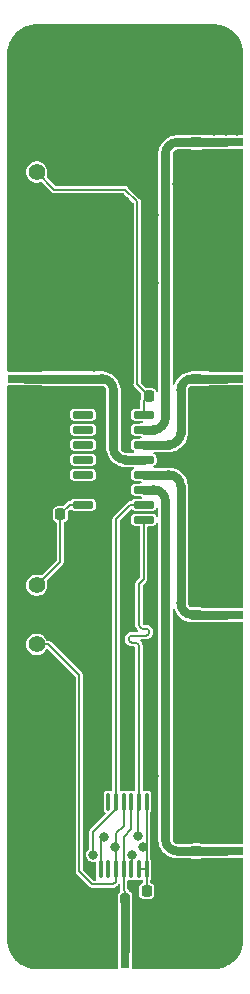
<source format=gbr>
%TF.GenerationSoftware,KiCad,Pcbnew,7.0.5+dfsg-2*%
%TF.CreationDate,2023-07-22T00:58:44+02:00*%
%TF.ProjectId,019-tayloe-quadrature-product-detector,3031392d-7461-4796-9c6f-652d71756164,2*%
%TF.SameCoordinates,Original*%
%TF.FileFunction,Copper,L1,Top*%
%TF.FilePolarity,Positive*%
%FSLAX46Y46*%
G04 Gerber Fmt 4.6, Leading zero omitted, Abs format (unit mm)*
G04 Created by KiCad (PCBNEW 7.0.5+dfsg-2) date 2023-07-22 00:58:44*
%MOMM*%
%LPD*%
G01*
G04 APERTURE LIST*
G04 Aperture macros list*
%AMRoundRect*
0 Rectangle with rounded corners*
0 $1 Rounding radius*
0 $2 $3 $4 $5 $6 $7 $8 $9 X,Y pos of 4 corners*
0 Add a 4 corners polygon primitive as box body*
4,1,4,$2,$3,$4,$5,$6,$7,$8,$9,$2,$3,0*
0 Add four circle primitives for the rounded corners*
1,1,$1+$1,$2,$3*
1,1,$1+$1,$4,$5*
1,1,$1+$1,$6,$7*
1,1,$1+$1,$8,$9*
0 Add four rect primitives between the rounded corners*
20,1,$1+$1,$2,$3,$4,$5,0*
20,1,$1+$1,$4,$5,$6,$7,0*
20,1,$1+$1,$6,$7,$8,$9,0*
20,1,$1+$1,$8,$9,$2,$3,0*%
G04 Aperture macros list end*
%TA.AperFunction,SMDPad,CuDef*%
%ADD10RoundRect,0.225000X0.225000X0.250000X-0.225000X0.250000X-0.225000X-0.250000X0.225000X-0.250000X0*%
%TD*%
%TA.AperFunction,ComponentPad*%
%ADD11C,3.400000*%
%TD*%
%TA.AperFunction,SMDPad,CuDef*%
%ADD12RoundRect,0.200000X-0.200000X-0.275000X0.200000X-0.275000X0.200000X0.275000X-0.200000X0.275000X0*%
%TD*%
%TA.AperFunction,SMDPad,CuDef*%
%ADD13R,3.000000X0.800000*%
%TD*%
%TA.AperFunction,ComponentPad*%
%ADD14C,0.800000*%
%TD*%
%TA.AperFunction,SMDPad,CuDef*%
%ADD15R,3.000000X2.000000*%
%TD*%
%TA.AperFunction,ComponentPad*%
%ADD16C,1.400000*%
%TD*%
%TA.AperFunction,SMDPad,CuDef*%
%ADD17RoundRect,0.225000X0.250000X-0.225000X0.250000X0.225000X-0.250000X0.225000X-0.250000X-0.225000X0*%
%TD*%
%TA.AperFunction,SMDPad,CuDef*%
%ADD18RoundRect,0.100000X-0.100000X0.637500X-0.100000X-0.637500X0.100000X-0.637500X0.100000X0.637500X0*%
%TD*%
%TA.AperFunction,SMDPad,CuDef*%
%ADD19RoundRect,0.150000X-0.725000X-0.150000X0.725000X-0.150000X0.725000X0.150000X-0.725000X0.150000X0*%
%TD*%
%TA.AperFunction,SMDPad,CuDef*%
%ADD20RoundRect,0.225000X-0.225000X-0.250000X0.225000X-0.250000X0.225000X0.250000X-0.225000X0.250000X0*%
%TD*%
%TA.AperFunction,SMDPad,CuDef*%
%ADD21R,0.800000X3.000000*%
%TD*%
%TA.AperFunction,SMDPad,CuDef*%
%ADD22R,2.000000X3.000000*%
%TD*%
%TA.AperFunction,ViaPad*%
%ADD23C,0.800000*%
%TD*%
%TA.AperFunction,Conductor*%
%ADD24C,0.200000*%
%TD*%
%TA.AperFunction,Conductor*%
%ADD25C,0.800000*%
%TD*%
G04 APERTURE END LIST*
D10*
%TO.P,C3,1*%
%TO.N,/VE*%
X137000000Y-99000000D03*
%TO.P,C3,2*%
%TO.N,GND*%
X135450000Y-99000000D03*
%TD*%
D11*
%TO.P,H12,1,1*%
%TO.N,GND*%
X150000000Y-115000000D03*
%TD*%
D12*
%TO.P,R3,1*%
%TO.N,GND*%
X140856800Y-131600000D03*
%TO.P,R3,2*%
%TO.N,/2xIF*%
X142506800Y-131600000D03*
%TD*%
D10*
%TO.P,C2,1*%
%TO.N,/VA*%
X144500000Y-89000000D03*
%TO.P,C2,2*%
%TO.N,GND*%
X142950000Y-89000000D03*
%TD*%
D13*
%TO.P,J5,1,Pin_1*%
%TO.N,/270*%
X151000000Y-87500000D03*
D14*
%TO.P,J5,2,Pin_2*%
%TO.N,GND*%
X150000000Y-86500000D03*
X150000000Y-88500000D03*
X150500000Y-86000000D03*
X150500000Y-89000000D03*
D15*
X151000000Y-85900000D03*
D14*
X151000000Y-86500000D03*
X151000000Y-88500000D03*
D15*
X151000000Y-89100000D03*
D14*
X151500000Y-86000000D03*
X151500000Y-89000000D03*
X152000000Y-86500000D03*
X152000000Y-88500000D03*
%TD*%
D11*
%TO.P,H7,1,1*%
%TO.N,GND*%
X135000000Y-80000000D03*
%TD*%
D16*
%TO.P,J7,1,Pin_1*%
%TO.N,/VCC*%
X135000000Y-110000000D03*
%TD*%
D11*
%TO.P,H9,1,1*%
%TO.N,GND*%
X135000000Y-60000000D03*
%TD*%
D13*
%TO.P,J3,1,Pin_1*%
%TO.N,/180*%
X151000000Y-107500000D03*
D14*
%TO.P,J3,2,Pin_2*%
%TO.N,GND*%
X150000000Y-106500000D03*
X150000000Y-108500000D03*
X150500000Y-106000000D03*
X150500000Y-109000000D03*
D15*
X151000000Y-105900000D03*
D14*
X151000000Y-106500000D03*
X151000000Y-108500000D03*
D15*
X151000000Y-109100000D03*
D14*
X151500000Y-106000000D03*
X151500000Y-109000000D03*
X152000000Y-106500000D03*
X152000000Y-108500000D03*
%TD*%
D11*
%TO.P,H1,1,1*%
%TO.N,GND*%
X135000000Y-120000000D03*
%TD*%
%TO.P,H5,1,1*%
%TO.N,GND*%
X150000000Y-95000000D03*
%TD*%
%TO.P,H2,1,1*%
%TO.N,GND*%
X135000000Y-135000000D03*
%TD*%
D16*
%TO.P,J8,1,Pin_1*%
%TO.N,/VA*%
X135000000Y-70000000D03*
%TD*%
D17*
%TO.P,C4,1*%
%TO.N,/180*%
X148500000Y-107500000D03*
%TO.P,C4,2*%
%TO.N,GND*%
X148500000Y-105950000D03*
%TD*%
D11*
%TO.P,H4,1,1*%
%TO.N,GND*%
X150000000Y-120000000D03*
%TD*%
D18*
%TO.P,U1,1,~{R}*%
%TO.N,/VCC*%
X144317600Y-123330500D03*
%TO.P,U1,2,D*%
%TO.N,/CLK2*%
X143667600Y-123330500D03*
%TO.P,U1,3,C*%
%TO.N,/2xIF*%
X143017600Y-123330500D03*
%TO.P,U1,4,~{S}*%
%TO.N,/VCC*%
X142367600Y-123330500D03*
%TO.P,U1,5,Q*%
%TO.N,/CLK1*%
X141717600Y-123330500D03*
%TO.P,U1,6,~{Q}*%
%TO.N,unconnected-(U1A-~{Q}-Pad6)*%
X141067600Y-123330500D03*
%TO.P,U1,7,GND*%
%TO.N,GND*%
X140417600Y-123330500D03*
%TO.P,U1,8,~{Q}*%
%TO.N,/CLK2*%
X140417600Y-129055500D03*
%TO.P,U1,9,Q*%
%TO.N,unconnected-(U1B-Q-Pad9)*%
X141067600Y-129055500D03*
%TO.P,U1,10,~{S}*%
%TO.N,/VCC*%
X141717600Y-129055500D03*
%TO.P,U1,11,C*%
%TO.N,/2xIF*%
X142367600Y-129055500D03*
%TO.P,U1,12,D*%
%TO.N,/CLK1*%
X143017600Y-129055500D03*
%TO.P,U1,13,~{R}*%
%TO.N,/VCC*%
X143667600Y-129055500D03*
%TO.P,U1,14,VCC*%
X144317600Y-129055500D03*
%TD*%
D19*
%TO.P,U2,1,Y0*%
%TO.N,unconnected-(U2-Y0-Pad1)*%
X138925000Y-90555000D03*
%TO.P,U2,2,Y2*%
%TO.N,unconnected-(U2-Y2-Pad2)*%
X138925000Y-91825000D03*
%TO.P,U2,3,Y*%
%TO.N,unconnected-(U2-Y-Pad3)*%
X138925000Y-93095000D03*
%TO.P,U2,4,Y3*%
%TO.N,unconnected-(U2-Y3-Pad4)*%
X138925000Y-94365000D03*
%TO.P,U2,5,Y1*%
%TO.N,unconnected-(U2-Y1-Pad5)*%
X138925000Y-95635000D03*
%TO.P,U2,6,~{E}*%
%TO.N,GND*%
X138925000Y-96905000D03*
%TO.P,U2,7,VEE*%
%TO.N,/VE*%
X138925000Y-98175000D03*
%TO.P,U2,8,VSS*%
%TO.N,GND*%
X138925000Y-99445000D03*
%TO.P,U2,9,B*%
%TO.N,/CLK2*%
X144075000Y-99445000D03*
%TO.P,U2,10,A*%
%TO.N,/CLK1*%
X144075000Y-98175000D03*
%TO.P,U2,11,X3*%
%TO.N,/0*%
X144075000Y-96905000D03*
%TO.P,U2,12,X0*%
%TO.N,/180*%
X144075000Y-95635000D03*
%TO.P,U2,13,X*%
%TO.N,/RF*%
X144075000Y-94365000D03*
%TO.P,U2,14,X1*%
%TO.N,/270*%
X144075000Y-93095000D03*
%TO.P,U2,15,X2*%
%TO.N,/90*%
X144075000Y-91825000D03*
%TO.P,U2,16,VDD*%
%TO.N,/VA*%
X144075000Y-90555000D03*
%TD*%
D11*
%TO.P,H8,1,1*%
%TO.N,GND*%
X150000000Y-75000000D03*
%TD*%
D20*
%TO.P,C1,1*%
%TO.N,/VCC*%
X144325000Y-130900000D03*
%TO.P,C1,2*%
%TO.N,GND*%
X145875000Y-130900000D03*
%TD*%
D17*
%TO.P,C6,1*%
%TO.N,/90*%
X148500000Y-67500000D03*
%TO.P,C6,2*%
%TO.N,GND*%
X148500000Y-65950000D03*
%TD*%
D11*
%TO.P,H11,1,1*%
%TO.N,GND*%
X150000000Y-80000000D03*
%TD*%
D13*
%TO.P,J4,1,Pin_1*%
%TO.N,/90*%
X151000000Y-67500000D03*
D14*
%TO.P,J4,2,Pin_2*%
%TO.N,GND*%
X150000000Y-66500000D03*
X150000000Y-68500000D03*
X150500000Y-66000000D03*
X150500000Y-69000000D03*
D15*
X151000000Y-65900000D03*
D14*
X151000000Y-66500000D03*
X151000000Y-68500000D03*
D15*
X151000000Y-69100000D03*
D14*
X151500000Y-66000000D03*
X151500000Y-69000000D03*
X152000000Y-66500000D03*
X152000000Y-68500000D03*
%TD*%
D13*
%TO.P,J2,1,Pin_1*%
%TO.N,/0*%
X151000000Y-127500000D03*
D14*
%TO.P,J2,2,Pin_2*%
%TO.N,GND*%
X150000000Y-126500000D03*
X150000000Y-128500000D03*
X150500000Y-126000000D03*
X150500000Y-129000000D03*
D15*
X151000000Y-125900000D03*
D14*
X151000000Y-126500000D03*
X151000000Y-128500000D03*
D15*
X151000000Y-129100000D03*
D14*
X151500000Y-126000000D03*
X151500000Y-129000000D03*
X152000000Y-126500000D03*
X152000000Y-128500000D03*
%TD*%
D11*
%TO.P,H6,1,1*%
%TO.N,GND*%
X135000000Y-95000000D03*
%TD*%
D13*
%TO.P,J6,1,Pin_1*%
%TO.N,/RF*%
X134000000Y-87500000D03*
D14*
%TO.P,J6,2,Pin_2*%
%TO.N,GND*%
X135000000Y-88500000D03*
X135000000Y-86500000D03*
X134500000Y-89000000D03*
X134500000Y-86000000D03*
D15*
X134000000Y-89100000D03*
D14*
X134000000Y-88500000D03*
X134000000Y-86500000D03*
D15*
X134000000Y-85900000D03*
D14*
X133500000Y-89000000D03*
X133500000Y-86000000D03*
X133000000Y-88500000D03*
X133000000Y-86500000D03*
%TD*%
D11*
%TO.P,H3,1,1*%
%TO.N,GND*%
X150000000Y-135000000D03*
%TD*%
%TO.P,H13,1,1*%
%TO.N,GND*%
X150000000Y-100000000D03*
%TD*%
D17*
%TO.P,C5,1*%
%TO.N,/270*%
X148500000Y-87500000D03*
%TO.P,C5,2*%
%TO.N,GND*%
X148500000Y-85950000D03*
%TD*%
D11*
%TO.P,H10,1,1*%
%TO.N,GND*%
X150000000Y-60000000D03*
%TD*%
D16*
%TO.P,J9,1,Pin_1*%
%TO.N,/VE*%
X135000000Y-105000000D03*
%TD*%
D17*
%TO.P,C7,1*%
%TO.N,/0*%
X148500000Y-127500000D03*
%TO.P,C7,2*%
%TO.N,GND*%
X148500000Y-125950000D03*
%TD*%
D21*
%TO.P,J1,1,Pin_1*%
%TO.N,/2xIF*%
X142500000Y-136000000D03*
D14*
%TO.P,J1,2,Pin_2*%
%TO.N,GND*%
X143500000Y-135000000D03*
X141500000Y-135000000D03*
X144000000Y-135500000D03*
X141000000Y-135500000D03*
D22*
X144100000Y-136000000D03*
D14*
X143500000Y-136000000D03*
X141500000Y-136000000D03*
D22*
X140900000Y-136000000D03*
D14*
X144000000Y-136500000D03*
X141000000Y-136500000D03*
X143500000Y-137000000D03*
X141500000Y-137000000D03*
%TD*%
D23*
%TO.N,GND*%
X147500000Y-122500000D03*
X146958015Y-78626400D03*
X147500000Y-117500000D03*
X144835549Y-112515738D03*
X140000000Y-115000000D03*
X135000000Y-92500000D03*
X142500000Y-77500000D03*
X142446717Y-87906899D03*
X145465655Y-127921964D03*
X145000000Y-132500000D03*
X137500000Y-75000000D03*
X144884593Y-107543198D03*
X137500000Y-60000000D03*
X148225052Y-90715364D03*
X144859737Y-87906899D03*
X142500000Y-70000000D03*
X146917664Y-71011275D03*
X137500000Y-67500000D03*
X146927994Y-118721820D03*
X135000000Y-122500000D03*
X147403334Y-108347538D03*
X147500000Y-110000000D03*
X135000000Y-132500000D03*
X147500000Y-95000000D03*
X137500000Y-132500000D03*
X137500000Y-80000000D03*
X147179787Y-128512710D03*
X142583912Y-96630895D03*
X137500000Y-82500000D03*
X147500000Y-72500000D03*
X140000000Y-70000000D03*
X137500000Y-107500000D03*
X140469493Y-90666942D03*
X140000000Y-85000000D03*
X150000000Y-105000000D03*
X140000000Y-105000000D03*
X142500000Y-85000000D03*
X148214722Y-96748398D03*
X140000000Y-110000000D03*
X150000000Y-125000000D03*
X142500000Y-107500000D03*
X146958015Y-83758764D03*
X138072613Y-86438104D03*
X147571358Y-93612602D03*
X146933804Y-68509481D03*
X142495138Y-95404209D03*
X136975052Y-88520242D03*
X147500000Y-65000000D03*
X135000000Y-100000000D03*
X144855540Y-105383585D03*
X137500000Y-97500000D03*
X150000000Y-130000000D03*
X146937678Y-126469310D03*
X146958015Y-76160127D03*
X140453352Y-88520242D03*
X140000000Y-102500000D03*
X140000000Y-77500000D03*
X140000000Y-60000000D03*
X147500000Y-85000000D03*
X150000000Y-132500000D03*
X137500000Y-62500000D03*
X144867807Y-69348793D03*
X140000000Y-100000000D03*
X137500000Y-122500000D03*
X147500000Y-132500000D03*
X140000000Y-75000000D03*
X144893613Y-73617227D03*
X150000000Y-77500000D03*
X147500000Y-130000000D03*
X147500000Y-120000000D03*
X144884593Y-110177344D03*
X137500000Y-127500000D03*
X150000000Y-90000000D03*
X142500000Y-82500000D03*
X150000000Y-62500000D03*
X150000000Y-112500000D03*
X137500000Y-92500000D03*
X135000000Y-90000000D03*
X146934966Y-123709034D03*
X142500000Y-67500000D03*
X142543560Y-90529747D03*
X147500000Y-77500000D03*
X147006437Y-66459625D03*
X135000000Y-82500000D03*
X135000000Y-62500000D03*
X142500000Y-115000000D03*
X142500000Y-60000000D03*
X140869000Y-131600000D03*
X140000000Y-112500000D03*
X144831102Y-114997660D03*
X147500000Y-80000000D03*
X148935239Y-68541763D03*
X141131258Y-94871569D03*
X140000000Y-132500000D03*
X150000000Y-70000000D03*
X137500000Y-95000000D03*
X144875877Y-75659768D03*
X135000000Y-75000000D03*
X143521327Y-132089671D03*
X144860144Y-84909428D03*
X135000000Y-102500000D03*
X142559701Y-91853276D03*
X147500000Y-135000000D03*
X141647757Y-86825479D03*
X135000000Y-125000000D03*
X137500000Y-90000000D03*
X142500000Y-112500000D03*
X142575842Y-93120314D03*
X140000000Y-82500000D03*
X139649800Y-123297400D03*
X135000000Y-77500000D03*
X147500000Y-125000000D03*
X147500000Y-60000000D03*
X135000000Y-117500000D03*
X144875877Y-81471200D03*
X140000000Y-117500000D03*
X148214722Y-101638800D03*
X150000000Y-82500000D03*
X147500000Y-62500000D03*
X142875600Y-103315200D03*
X142500000Y-105000000D03*
X135000000Y-107500000D03*
X135000000Y-72500000D03*
X137500000Y-77500000D03*
X140000000Y-80000000D03*
X142500000Y-72500000D03*
X144851666Y-71648829D03*
X140469493Y-92894345D03*
X135000000Y-127500000D03*
X141470125Y-133697006D03*
X140654213Y-103663751D03*
X150000000Y-110000000D03*
X138934270Y-96920566D03*
X150000000Y-72500000D03*
X138934270Y-104453995D03*
X144894278Y-121162280D03*
X140000000Y-135000000D03*
X150000000Y-65000000D03*
X144835053Y-103442813D03*
X135000000Y-112500000D03*
X143514602Y-133697006D03*
X144867807Y-83242265D03*
X137500000Y-112500000D03*
X150000000Y-85000000D03*
X135000000Y-85000000D03*
X145000000Y-67500000D03*
X137500000Y-117500000D03*
X142500000Y-80000000D03*
X137500000Y-120000000D03*
X135000000Y-67500000D03*
X144806000Y-101283200D03*
X148281545Y-88617086D03*
X149044296Y-108529119D03*
X145586064Y-94363140D03*
X150000000Y-117500000D03*
X145000000Y-135000000D03*
X137500000Y-125000000D03*
X140000000Y-62500000D03*
X137500000Y-72500000D03*
X150000000Y-97500000D03*
X147500000Y-75000000D03*
X139864220Y-86494596D03*
X137500000Y-115000000D03*
X135000000Y-65000000D03*
X144867807Y-86494596D03*
X142715296Y-121975766D03*
X137500000Y-135000000D03*
X144851666Y-77460261D03*
X142500000Y-120000000D03*
X148909791Y-106444292D03*
X140000000Y-72500000D03*
X146927994Y-111184518D03*
X139024909Y-88520242D03*
X146982226Y-86865830D03*
X140000000Y-107500000D03*
X147500000Y-112500000D03*
X150000000Y-92500000D03*
X147500000Y-70000000D03*
X147500000Y-115000000D03*
X150000000Y-122500000D03*
X135000000Y-115000000D03*
X142500000Y-97500000D03*
X145000000Y-60000000D03*
X137500000Y-85000000D03*
X142500000Y-75000000D03*
X146941875Y-73771318D03*
X144893613Y-79428659D03*
X146934966Y-121215582D03*
X148214722Y-98235200D03*
X137500000Y-130000000D03*
X135000000Y-97500000D03*
X136055038Y-86454245D03*
X150000000Y-102500000D03*
X146982226Y-81733466D03*
X148981078Y-128522394D03*
X140000000Y-120000000D03*
X142875600Y-100815200D03*
X144884593Y-117588750D03*
X135000000Y-130000000D03*
X140514758Y-96850839D03*
X142500000Y-117500000D03*
%TO.N,/VCC*%
X141668100Y-127117600D03*
X144000000Y-127200000D03*
%TO.N,/CLK2*%
X140700000Y-126300000D03*
X143600000Y-126200000D03*
%TO.N,/CLK1*%
X143100000Y-127800000D03*
X139765700Y-127800000D03*
%TD*%
D24*
%TO.N,/VCC*%
X141717600Y-127068100D02*
X141668100Y-127117600D01*
X143667600Y-129055500D02*
X144317600Y-129055500D01*
X141717600Y-126004800D02*
X142367600Y-125354800D01*
X144317600Y-123330500D02*
X144317600Y-127917600D01*
X138600000Y-129200000D02*
X139700000Y-130300000D01*
X141717600Y-130082400D02*
X141717600Y-129055500D01*
X144325000Y-129062900D02*
X144317600Y-129055500D01*
X141717600Y-127017600D02*
X141717600Y-126004800D01*
X141717600Y-129055500D02*
X141717600Y-127017600D01*
X139700000Y-130300000D02*
X141500000Y-130300000D01*
X144000000Y-127200000D02*
X144317600Y-127517600D01*
X144317600Y-127517600D02*
X144317600Y-127917600D01*
X141500000Y-130300000D02*
X141717600Y-130082400D01*
X138600000Y-112610051D02*
X138600000Y-129200000D01*
X135000000Y-110000000D02*
X135989949Y-110000000D01*
X142367600Y-125354800D02*
X142367600Y-123330500D01*
X144347700Y-129025400D02*
X144317600Y-129055500D01*
X135989949Y-110000000D02*
X138600000Y-112610051D01*
X144317600Y-127917600D02*
X144317600Y-129055500D01*
X141717600Y-127017600D02*
X141717600Y-127068100D01*
X144325000Y-130900000D02*
X144325000Y-129062900D01*
%TO.N,/VA*%
X144075000Y-90555000D02*
X144075000Y-89425000D01*
X142500000Y-71500000D02*
X143500000Y-72500000D01*
X143500000Y-88000000D02*
X144500000Y-89000000D01*
X143500000Y-72500000D02*
X143500000Y-88000000D01*
X144075000Y-89425000D02*
X144500000Y-89000000D01*
X136500000Y-71500000D02*
X142500000Y-71500000D01*
X135000000Y-70000000D02*
X136500000Y-71500000D01*
%TO.N,/VE*%
X137825000Y-98175000D02*
X138925000Y-98175000D01*
X137000000Y-103000000D02*
X137000000Y-99000000D01*
X137000000Y-99000000D02*
X137825000Y-98175000D01*
X135000000Y-105000000D02*
X137000000Y-103000000D01*
D25*
%TO.N,/180*%
X144075000Y-95635000D02*
X146200000Y-95635000D01*
X148200000Y-107500000D02*
X148500000Y-107500000D01*
X148500000Y-107500000D02*
X151000000Y-107500000D01*
X147200000Y-96635000D02*
X147200000Y-106500000D01*
X147200000Y-106500000D02*
G75*
G03*
X148200000Y-107500000I1000000J0D01*
G01*
X147200000Y-96635000D02*
G75*
G03*
X146200000Y-95635000I-1000000J0D01*
G01*
%TO.N,/270*%
X148500000Y-87500000D02*
X151000000Y-87500000D01*
X144075000Y-93095000D02*
X146200000Y-93095000D01*
X147200000Y-92095000D02*
X147200000Y-88500000D01*
X148200000Y-87500000D02*
X148500000Y-87500000D01*
X146200000Y-93095000D02*
G75*
G03*
X147200000Y-92095000I0J1000000D01*
G01*
X148200000Y-87500000D02*
G75*
G03*
X147200000Y-88500000I0J-1000000D01*
G01*
%TO.N,/90*%
X145900000Y-90825000D02*
X145900000Y-68500000D01*
X146900000Y-67500000D02*
X148500000Y-67500000D01*
X148500000Y-67500000D02*
X151000000Y-67500000D01*
X144075000Y-91825000D02*
X144900000Y-91825000D01*
X144900000Y-91825000D02*
G75*
G03*
X145900000Y-90825000I0J1000000D01*
G01*
X146900000Y-67500000D02*
G75*
G03*
X145900000Y-68500000I0J-1000000D01*
G01*
%TO.N,/0*%
X144075000Y-96905000D02*
X144900000Y-96905000D01*
X145900000Y-97905000D02*
X145900000Y-126500000D01*
X148500000Y-127500000D02*
X151000000Y-127500000D01*
X146900000Y-127500000D02*
X148500000Y-127500000D01*
X145900000Y-126500000D02*
G75*
G03*
X146900000Y-127500000I1000000J0D01*
G01*
X145900000Y-97905000D02*
G75*
G03*
X144900000Y-96905000I-1000000J0D01*
G01*
%TO.N,/2xIF*%
X142500000Y-136000000D02*
X142500000Y-131500000D01*
D24*
X142367600Y-130829000D02*
X142506800Y-130968200D01*
X142367600Y-126294600D02*
X142367600Y-129055500D01*
X142506800Y-130968200D02*
X142506800Y-131600000D01*
X142367600Y-129055500D02*
X142367600Y-130829000D01*
X143017600Y-123330500D02*
X143017600Y-125644600D01*
X143017600Y-125644600D02*
X142367600Y-126294600D01*
D25*
%TO.N,/RF*%
X141500000Y-93365000D02*
X141500000Y-88500000D01*
X140500000Y-87500000D02*
X134000000Y-87500000D01*
X144075000Y-94365000D02*
X142500000Y-94365000D01*
X141500000Y-93365000D02*
G75*
G03*
X142500000Y-94365000I1000000J0D01*
G01*
X141500000Y-88500000D02*
G75*
G03*
X140500000Y-87500000I-1000000J0D01*
G01*
D24*
%TO.N,/CLK2*%
X143667600Y-110167600D02*
X143667600Y-123330500D01*
X143967600Y-108667600D02*
X144247181Y-108667600D01*
X144075000Y-99445000D02*
X144075000Y-104445000D01*
X143600000Y-123398100D02*
X143667600Y-123330500D01*
X143667600Y-104852400D02*
X143667600Y-108367600D01*
X143600000Y-126200000D02*
X143600000Y-123398100D01*
X140417600Y-129055500D02*
X140417600Y-126582400D01*
X143088019Y-109867600D02*
X143367600Y-109867600D01*
X140417600Y-126582400D02*
X140700000Y-126300000D01*
X144075000Y-104445000D02*
X143667600Y-104852400D01*
X144247181Y-109267600D02*
X143088019Y-109267600D01*
X144247181Y-109267581D02*
G75*
G03*
X144547181Y-108967600I19J299981D01*
G01*
X143088019Y-109267619D02*
G75*
G03*
X142788019Y-109567600I-19J-299981D01*
G01*
X143667600Y-110167600D02*
G75*
G03*
X143367600Y-109867600I-300000J0D01*
G01*
X143667600Y-108367600D02*
G75*
G03*
X143967600Y-108667600I300000J0D01*
G01*
X142788000Y-109567600D02*
G75*
G03*
X143088019Y-109867600I300000J0D01*
G01*
X144547200Y-108967600D02*
G75*
G03*
X144247181Y-108667600I-300000J0D01*
G01*
%TO.N,/CLK1*%
X139765700Y-127800000D02*
X139765700Y-125868269D01*
X143100000Y-127800000D02*
X143017600Y-129055500D01*
X142925000Y-98200000D02*
X141717600Y-99407400D01*
X141717600Y-99407400D02*
X141717600Y-123330500D01*
X139765700Y-125868269D02*
X141717600Y-123916369D01*
X144075000Y-98200000D02*
X142925000Y-98200000D01*
X141717600Y-123916369D02*
X141717600Y-123330500D01*
%TD*%
%TA.AperFunction,Conductor*%
%TO.N,GND*%
G36*
X140503219Y-88100924D02*
G01*
X140521718Y-88103359D01*
X140590481Y-88112412D01*
X140615435Y-88119099D01*
X140687711Y-88149036D01*
X140710083Y-88161952D01*
X140772152Y-88209579D01*
X140790420Y-88227847D01*
X140838045Y-88289913D01*
X140850962Y-88312285D01*
X140880899Y-88384559D01*
X140887587Y-88409520D01*
X140899076Y-88496778D01*
X140899500Y-88503247D01*
X140899500Y-93479474D01*
X140932081Y-93706077D01*
X140996580Y-93925741D01*
X140996581Y-93925744D01*
X140996582Y-93925746D01*
X141091687Y-94133997D01*
X141091688Y-94133998D01*
X141091692Y-94134006D01*
X141215455Y-94326586D01*
X141215461Y-94326594D01*
X141365385Y-94499615D01*
X141365392Y-94499621D01*
X141365394Y-94499623D01*
X141538401Y-94649535D01*
X141538413Y-94649544D01*
X141730993Y-94773307D01*
X141730995Y-94773308D01*
X141731003Y-94773313D01*
X141939254Y-94868418D01*
X142158920Y-94932918D01*
X142234456Y-94943778D01*
X142385526Y-94965500D01*
X143186688Y-94965500D01*
X143244879Y-94984407D01*
X143280843Y-95033907D01*
X143280843Y-95095093D01*
X143244879Y-95144593D01*
X143230168Y-95153441D01*
X143143518Y-95195801D01*
X143060801Y-95278518D01*
X143009427Y-95383604D01*
X143009427Y-95383607D01*
X142999500Y-95451740D01*
X142999500Y-95818260D01*
X143006118Y-95863681D01*
X143009427Y-95886395D01*
X143060801Y-95991481D01*
X143060802Y-95991483D01*
X143143517Y-96074198D01*
X143197285Y-96100483D01*
X143248604Y-96125572D01*
X143248605Y-96125572D01*
X143248607Y-96125573D01*
X143316740Y-96135500D01*
X143707228Y-96135500D01*
X143765419Y-96154407D01*
X143767494Y-96155957D01*
X143772157Y-96159535D01*
X143772159Y-96159536D01*
X143818028Y-96178536D01*
X143864554Y-96218273D01*
X143878837Y-96277768D01*
X143855422Y-96334296D01*
X143818028Y-96361464D01*
X143772159Y-96380463D01*
X143772157Y-96380464D01*
X143767494Y-96384043D01*
X143709818Y-96404466D01*
X143707228Y-96404500D01*
X143316740Y-96404500D01*
X143282673Y-96409463D01*
X143248604Y-96414427D01*
X143143518Y-96465801D01*
X143060801Y-96548518D01*
X143009427Y-96653604D01*
X143009427Y-96653607D01*
X142999500Y-96721740D01*
X142999500Y-97088260D01*
X143006118Y-97133682D01*
X143009427Y-97156395D01*
X143060801Y-97261481D01*
X143060802Y-97261483D01*
X143143517Y-97344198D01*
X143197285Y-97370483D01*
X143248604Y-97395572D01*
X143248605Y-97395572D01*
X143248607Y-97395573D01*
X143316740Y-97405500D01*
X143707228Y-97405500D01*
X143765419Y-97424407D01*
X143767494Y-97425957D01*
X143772157Y-97429535D01*
X143772161Y-97429537D01*
X143903733Y-97484036D01*
X143950259Y-97523772D01*
X143964543Y-97583267D01*
X143941128Y-97639795D01*
X143888959Y-97671765D01*
X143865848Y-97674500D01*
X143316740Y-97674500D01*
X143282673Y-97679463D01*
X143248604Y-97684427D01*
X143143518Y-97735801D01*
X143060801Y-97818518D01*
X143049361Y-97841919D01*
X143006816Y-97885892D01*
X142964994Y-97897330D01*
X142932901Y-97898814D01*
X142919205Y-97899447D01*
X142916930Y-97899500D01*
X142897153Y-97899500D01*
X142893658Y-97900153D01*
X142886845Y-97900943D01*
X142855009Y-97902414D01*
X142846005Y-97906389D01*
X142824226Y-97913132D01*
X142814568Y-97914937D01*
X142814566Y-97914938D01*
X142787471Y-97931714D01*
X142781403Y-97934913D01*
X142752234Y-97947793D01*
X142745280Y-97954747D01*
X142727403Y-97968907D01*
X142719047Y-97974081D01*
X142699842Y-97999512D01*
X142695338Y-98004688D01*
X141551190Y-99148837D01*
X141539961Y-99156950D01*
X141540690Y-99157915D01*
X141533371Y-99163441D01*
X141500972Y-99198980D01*
X141499396Y-99200631D01*
X141485430Y-99214598D01*
X141485417Y-99214613D01*
X141483413Y-99217538D01*
X141479161Y-99222904D01*
X141457684Y-99246465D01*
X141457683Y-99246467D01*
X141454129Y-99255640D01*
X141443496Y-99275812D01*
X141437946Y-99283915D01*
X141437942Y-99283924D01*
X141430645Y-99314945D01*
X141428616Y-99321498D01*
X141417100Y-99351224D01*
X141417100Y-99361051D01*
X141414470Y-99383718D01*
X141412221Y-99393279D01*
X141416625Y-99424852D01*
X141417100Y-99431698D01*
X141417100Y-122322742D01*
X141398193Y-122380933D01*
X141348693Y-122416897D01*
X141287507Y-122416897D01*
X141278113Y-122413307D01*
X141237591Y-122395415D01*
X141237588Y-122395414D01*
X141212468Y-122392500D01*
X140922740Y-122392500D01*
X140922735Y-122392501D01*
X140897609Y-122395414D01*
X140794835Y-122440794D01*
X140715394Y-122520235D01*
X140670014Y-122623011D01*
X140667100Y-122648130D01*
X140667100Y-124012860D01*
X140667101Y-124012863D01*
X140670014Y-124037990D01*
X140695356Y-124095384D01*
X140715394Y-124140765D01*
X140794835Y-124220206D01*
X140797170Y-124221237D01*
X140799880Y-124223662D01*
X140802403Y-124225390D01*
X140802178Y-124225717D01*
X140842766Y-124262033D01*
X140855675Y-124321841D01*
X140830964Y-124377815D01*
X140827189Y-124381806D01*
X139599290Y-125609706D01*
X139588061Y-125617819D01*
X139588790Y-125618784D01*
X139581471Y-125624310D01*
X139549072Y-125659849D01*
X139547496Y-125661500D01*
X139533530Y-125675467D01*
X139533517Y-125675482D01*
X139531513Y-125678407D01*
X139527261Y-125683773D01*
X139505784Y-125707334D01*
X139505783Y-125707336D01*
X139502229Y-125716509D01*
X139491596Y-125736681D01*
X139486046Y-125744784D01*
X139486042Y-125744793D01*
X139478745Y-125775814D01*
X139476716Y-125782367D01*
X139465200Y-125812093D01*
X139465200Y-125821920D01*
X139462570Y-125844587D01*
X139460321Y-125854148D01*
X139464725Y-125885721D01*
X139465200Y-125892567D01*
X139465200Y-127224846D01*
X139446293Y-127283037D01*
X139426467Y-127303388D01*
X139337423Y-127371713D01*
X139337413Y-127371723D01*
X139241162Y-127497160D01*
X139241162Y-127497161D01*
X139180657Y-127643233D01*
X139180655Y-127643241D01*
X139160018Y-127799999D01*
X139160018Y-127800000D01*
X139180655Y-127956758D01*
X139180657Y-127956766D01*
X139241162Y-128102838D01*
X139241162Y-128102839D01*
X139332999Y-128222523D01*
X139337418Y-128228282D01*
X139462859Y-128324536D01*
X139462860Y-128324536D01*
X139462861Y-128324537D01*
X139580197Y-128373139D01*
X139608938Y-128385044D01*
X139710912Y-128398469D01*
X139765699Y-128405682D01*
X139765700Y-128405682D01*
X139905179Y-128387319D01*
X139965338Y-128398469D01*
X140007456Y-128442851D01*
X140017100Y-128485472D01*
X140017100Y-129737860D01*
X140017101Y-129737863D01*
X140020014Y-129762990D01*
X140063075Y-129860512D01*
X140069283Y-129921381D01*
X140038527Y-129974275D01*
X139982555Y-129998989D01*
X139972510Y-129999500D01*
X139865479Y-129999500D01*
X139807288Y-129980593D01*
X139795475Y-129970504D01*
X138929496Y-129104525D01*
X138901719Y-129050008D01*
X138900500Y-129034521D01*
X138900500Y-112675223D01*
X138902731Y-112661546D01*
X138901506Y-112661376D01*
X138902774Y-112652284D01*
X138900553Y-112604245D01*
X138900500Y-112601958D01*
X138900500Y-112582211D01*
X138900500Y-112582207D01*
X138899846Y-112578712D01*
X138899058Y-112571921D01*
X138897586Y-112540060D01*
X138893615Y-112531069D01*
X138886864Y-112509268D01*
X138885061Y-112499618D01*
X138868278Y-112472513D01*
X138865084Y-112466452D01*
X138852205Y-112437284D01*
X138845256Y-112430335D01*
X138831090Y-112412450D01*
X138825919Y-112404099D01*
X138800483Y-112384890D01*
X138795306Y-112380385D01*
X136248514Y-109833594D01*
X136240428Y-109822344D01*
X136239436Y-109823094D01*
X136233907Y-109815772D01*
X136198377Y-109783382D01*
X136196724Y-109781804D01*
X136182746Y-109767826D01*
X136181825Y-109767195D01*
X136179808Y-109765813D01*
X136174445Y-109761564D01*
X136150882Y-109740084D01*
X136141711Y-109736531D01*
X136121535Y-109725895D01*
X136113433Y-109720345D01*
X136113428Y-109720343D01*
X136082406Y-109713046D01*
X136075851Y-109711016D01*
X136046126Y-109699501D01*
X136046123Y-109699500D01*
X136046122Y-109699500D01*
X136046121Y-109699500D01*
X136036297Y-109699500D01*
X136013632Y-109696870D01*
X136004068Y-109694621D01*
X136004067Y-109694621D01*
X135972496Y-109699025D01*
X135965650Y-109699500D01*
X135921131Y-109699500D01*
X135862940Y-109680593D01*
X135830480Y-109635918D01*
X135829286Y-109636450D01*
X135827180Y-109631720D01*
X135827179Y-109631716D01*
X135827176Y-109631711D01*
X135827174Y-109631706D01*
X135766475Y-109526573D01*
X135732533Y-109467784D01*
X135642697Y-109368011D01*
X135605875Y-109327116D01*
X135605870Y-109327111D01*
X135452731Y-109215850D01*
X135452732Y-109215850D01*
X135452730Y-109215849D01*
X135452725Y-109215847D01*
X135452722Y-109215845D01*
X135279805Y-109138857D01*
X135279803Y-109138856D01*
X135279800Y-109138855D01*
X135279799Y-109138855D01*
X135244580Y-109131369D01*
X135094646Y-109099500D01*
X134905354Y-109099500D01*
X134787289Y-109124595D01*
X134720200Y-109138855D01*
X134720194Y-109138857D01*
X134547277Y-109215845D01*
X134547268Y-109215850D01*
X134394129Y-109327111D01*
X134394124Y-109327116D01*
X134267469Y-109467781D01*
X134267465Y-109467787D01*
X134172825Y-109631706D01*
X134172819Y-109631720D01*
X134114327Y-109811738D01*
X134114326Y-109811742D01*
X134114326Y-109811744D01*
X134094540Y-110000000D01*
X134105044Y-110099945D01*
X134114327Y-110188261D01*
X134172819Y-110368279D01*
X134172825Y-110368293D01*
X134198501Y-110412764D01*
X134267467Y-110532216D01*
X134394129Y-110672888D01*
X134547270Y-110784151D01*
X134720197Y-110861144D01*
X134905354Y-110900500D01*
X134905357Y-110900500D01*
X135094643Y-110900500D01*
X135094646Y-110900500D01*
X135279803Y-110861144D01*
X135452730Y-110784151D01*
X135605871Y-110672888D01*
X135732533Y-110532216D01*
X135801500Y-110412761D01*
X135846967Y-110371823D01*
X135907817Y-110365427D01*
X135957238Y-110392259D01*
X138270505Y-112705527D01*
X138298281Y-112760042D01*
X138299500Y-112775529D01*
X138299500Y-129134835D01*
X138297280Y-129148513D01*
X138298494Y-129148683D01*
X138297226Y-129157766D01*
X138299447Y-129205783D01*
X138299500Y-129208069D01*
X138299500Y-129227842D01*
X138300152Y-129231332D01*
X138300943Y-129238149D01*
X138302414Y-129269987D01*
X138302415Y-129269994D01*
X138306384Y-129278982D01*
X138313133Y-129300773D01*
X138314939Y-129310433D01*
X138331717Y-129337533D01*
X138334915Y-129343600D01*
X138347793Y-129372763D01*
X138347794Y-129372765D01*
X138354745Y-129379716D01*
X138368907Y-129397596D01*
X138374081Y-129405952D01*
X138399511Y-129425156D01*
X138404690Y-129429662D01*
X139441436Y-130466407D01*
X139449537Y-130477647D01*
X139450516Y-130476909D01*
X139456044Y-130484230D01*
X139491569Y-130516616D01*
X139493223Y-130518195D01*
X139500947Y-130525918D01*
X139507203Y-130532174D01*
X139510128Y-130534178D01*
X139515505Y-130538437D01*
X139539064Y-130559914D01*
X139539065Y-130559914D01*
X139539067Y-130559916D01*
X139548225Y-130563463D01*
X139568412Y-130574103D01*
X139576519Y-130579657D01*
X139607552Y-130586955D01*
X139614095Y-130588982D01*
X139626065Y-130593619D01*
X139636302Y-130597585D01*
X139643827Y-130600500D01*
X139653652Y-130600500D01*
X139676316Y-130603129D01*
X139685881Y-130605379D01*
X139713645Y-130601506D01*
X139717453Y-130600975D01*
X139724299Y-130600500D01*
X141434836Y-130600500D01*
X141448511Y-130602732D01*
X141448683Y-130601506D01*
X141457764Y-130602772D01*
X141457765Y-130602773D01*
X141457765Y-130602772D01*
X141457766Y-130602773D01*
X141466507Y-130602368D01*
X141505793Y-130600552D01*
X141508070Y-130600500D01*
X141527841Y-130600500D01*
X141527844Y-130600500D01*
X141531337Y-130599846D01*
X141538141Y-130599056D01*
X141569992Y-130597585D01*
X141578976Y-130593617D01*
X141600777Y-130586865D01*
X141610433Y-130585061D01*
X141637543Y-130568274D01*
X141643589Y-130565088D01*
X141672765Y-130552206D01*
X141679709Y-130545260D01*
X141697601Y-130531089D01*
X141705952Y-130525919D01*
X141725165Y-130500474D01*
X141729662Y-130495308D01*
X141758563Y-130466407D01*
X141884005Y-130340964D01*
X141895262Y-130332894D01*
X141894503Y-130331889D01*
X141908441Y-130321364D01*
X141966273Y-130301386D01*
X142024803Y-130319216D01*
X142061674Y-130368044D01*
X142067100Y-130400369D01*
X142067100Y-130763835D01*
X142064880Y-130777513D01*
X142066094Y-130777683D01*
X142064826Y-130786766D01*
X142067047Y-130834783D01*
X142067100Y-130837069D01*
X142067100Y-130856844D01*
X142067273Y-130857767D01*
X142067752Y-130860332D01*
X142068543Y-130867149D01*
X142070014Y-130898987D01*
X142070016Y-130898995D01*
X142072151Y-130903831D01*
X142078357Y-130964701D01*
X142051589Y-131013818D01*
X141978751Y-131086656D01*
X141978750Y-131086658D01*
X141921154Y-131199695D01*
X141906300Y-131293478D01*
X141906300Y-131405738D01*
X141905876Y-131412205D01*
X141899500Y-131460636D01*
X141899500Y-137400500D01*
X141880593Y-137458691D01*
X141831093Y-137494655D01*
X141800500Y-137499500D01*
X135001490Y-137499500D01*
X134998524Y-137499410D01*
X134965819Y-137497432D01*
X134901162Y-137493520D01*
X134728105Y-137482178D01*
X134692881Y-137479870D01*
X134687205Y-137479166D01*
X134550823Y-137454173D01*
X134383706Y-137420931D01*
X134378633Y-137419640D01*
X134239438Y-137376265D01*
X134238254Y-137375879D01*
X134084401Y-137323654D01*
X134079995Y-137321919D01*
X133944298Y-137260847D01*
X133942745Y-137260115D01*
X133889851Y-137234030D01*
X133799673Y-137189559D01*
X133795957Y-137187524D01*
X133667380Y-137109797D01*
X133665487Y-137108593D01*
X133534028Y-137020755D01*
X133531001Y-137018562D01*
X133412155Y-136925454D01*
X133410064Y-136923721D01*
X133291628Y-136819855D01*
X133289263Y-136817640D01*
X133182358Y-136710735D01*
X133180143Y-136708370D01*
X133076272Y-136589928D01*
X133074544Y-136587843D01*
X132981436Y-136468997D01*
X132979243Y-136465970D01*
X132891405Y-136334511D01*
X132890201Y-136332618D01*
X132812474Y-136204041D01*
X132810439Y-136200325D01*
X132739860Y-136057206D01*
X132739174Y-136055750D01*
X132678073Y-135919989D01*
X132676353Y-135915621D01*
X132624115Y-135761733D01*
X132623752Y-135760621D01*
X132580354Y-135621349D01*
X132579067Y-135616292D01*
X132545834Y-135449219D01*
X132520828Y-135312765D01*
X132520131Y-135307148D01*
X132506493Y-135099080D01*
X132500589Y-135001476D01*
X132500500Y-134998510D01*
X132500500Y-105000000D01*
X134094540Y-105000000D01*
X134114327Y-105188261D01*
X134172819Y-105368279D01*
X134172825Y-105368293D01*
X134248015Y-105498525D01*
X134267467Y-105532216D01*
X134394129Y-105672888D01*
X134547270Y-105784151D01*
X134720197Y-105861144D01*
X134905354Y-105900500D01*
X134905357Y-105900500D01*
X135094643Y-105900500D01*
X135094646Y-105900500D01*
X135279803Y-105861144D01*
X135452730Y-105784151D01*
X135605871Y-105672888D01*
X135732533Y-105532216D01*
X135827179Y-105368284D01*
X135885674Y-105188256D01*
X135905460Y-105000000D01*
X135885674Y-104811744D01*
X135858764Y-104728924D01*
X135837607Y-104663809D01*
X135837606Y-104602624D01*
X135861755Y-104563214D01*
X137166405Y-103258564D01*
X137177664Y-103250493D01*
X137176905Y-103249487D01*
X137184221Y-103243961D01*
X137184228Y-103243958D01*
X137216632Y-103208411D01*
X137218186Y-103206783D01*
X137232174Y-103192797D01*
X137234181Y-103189865D01*
X137238440Y-103184490D01*
X137259916Y-103160933D01*
X137263465Y-103151770D01*
X137274106Y-103131582D01*
X137279656Y-103123481D01*
X137286955Y-103092443D01*
X137288977Y-103085914D01*
X137300500Y-103056173D01*
X137300500Y-103046348D01*
X137303129Y-103023683D01*
X137305379Y-103014119D01*
X137300975Y-102982546D01*
X137300500Y-102975699D01*
X137300500Y-99749747D01*
X137319407Y-99691556D01*
X137354555Y-99661537D01*
X137358121Y-99659719D01*
X137358126Y-99659719D01*
X137478220Y-99598528D01*
X137573528Y-99503220D01*
X137634719Y-99383126D01*
X137650432Y-99283919D01*
X137650500Y-99283489D01*
X137650500Y-98815478D01*
X137669407Y-98757287D01*
X137679496Y-98745474D01*
X137832141Y-98592829D01*
X137886658Y-98565052D01*
X137947090Y-98574623D01*
X137972145Y-98592826D01*
X137993517Y-98614198D01*
X138047285Y-98640483D01*
X138098604Y-98665572D01*
X138098605Y-98665572D01*
X138098607Y-98665573D01*
X138166740Y-98675500D01*
X138166743Y-98675500D01*
X139683257Y-98675500D01*
X139683260Y-98675500D01*
X139751393Y-98665573D01*
X139856483Y-98614198D01*
X139939198Y-98531483D01*
X139990573Y-98426393D01*
X140000500Y-98358260D01*
X140000500Y-97991740D01*
X139990573Y-97923607D01*
X139983879Y-97909915D01*
X139942462Y-97825194D01*
X139939198Y-97818517D01*
X139856483Y-97735802D01*
X139856481Y-97735801D01*
X139751395Y-97684427D01*
X139724139Y-97680456D01*
X139683260Y-97674500D01*
X138166740Y-97674500D01*
X138132673Y-97679463D01*
X138098604Y-97684427D01*
X137993518Y-97735801D01*
X137910800Y-97818519D01*
X137910799Y-97818521D01*
X137910705Y-97818714D01*
X137910539Y-97818884D01*
X137906035Y-97825194D01*
X137905088Y-97824518D01*
X137868156Y-97862683D01*
X137826348Y-97874117D01*
X137825039Y-97874177D01*
X137819201Y-97874447D01*
X137816931Y-97874500D01*
X137797153Y-97874500D01*
X137793658Y-97875153D01*
X137786845Y-97875943D01*
X137755010Y-97877414D01*
X137755006Y-97877415D01*
X137746015Y-97881385D01*
X137724227Y-97888132D01*
X137714570Y-97889937D01*
X137714564Y-97889939D01*
X137687466Y-97906717D01*
X137681399Y-97909915D01*
X137652237Y-97922792D01*
X137652233Y-97922795D01*
X137645284Y-97929744D01*
X137627409Y-97943903D01*
X137619048Y-97949080D01*
X137599836Y-97974519D01*
X137595332Y-97979695D01*
X137279526Y-98295503D01*
X137225009Y-98323281D01*
X137209522Y-98324500D01*
X136741510Y-98324500D01*
X136641874Y-98340281D01*
X136641867Y-98340283D01*
X136521782Y-98401470D01*
X136426470Y-98496782D01*
X136365283Y-98616867D01*
X136365281Y-98616874D01*
X136349500Y-98716510D01*
X136349500Y-99283489D01*
X136365281Y-99383125D01*
X136365283Y-99383132D01*
X136426470Y-99503217D01*
X136426472Y-99503220D01*
X136521780Y-99598528D01*
X136641874Y-99659719D01*
X136641878Y-99659719D01*
X136645445Y-99661537D01*
X136688709Y-99704802D01*
X136699500Y-99749747D01*
X136699500Y-102834520D01*
X136680593Y-102892711D01*
X136670504Y-102904524D01*
X135436111Y-104138916D01*
X135381594Y-104166693D01*
X135325841Y-104159353D01*
X135279809Y-104138858D01*
X135279804Y-104138856D01*
X135279803Y-104138856D01*
X135279800Y-104138855D01*
X135279799Y-104138855D01*
X135244580Y-104131369D01*
X135094646Y-104099500D01*
X134905354Y-104099500D01*
X134787289Y-104124595D01*
X134720200Y-104138855D01*
X134720194Y-104138857D01*
X134547277Y-104215845D01*
X134547268Y-104215850D01*
X134394129Y-104327111D01*
X134394124Y-104327116D01*
X134267469Y-104467781D01*
X134267465Y-104467787D01*
X134172825Y-104631706D01*
X134172819Y-104631720D01*
X134114327Y-104811738D01*
X134114326Y-104811742D01*
X134114326Y-104811744D01*
X134112542Y-104828718D01*
X134094540Y-105000000D01*
X132500500Y-105000000D01*
X132500500Y-95818260D01*
X137849500Y-95818260D01*
X137856118Y-95863681D01*
X137859427Y-95886395D01*
X137910801Y-95991481D01*
X137910802Y-95991483D01*
X137993517Y-96074198D01*
X138047285Y-96100483D01*
X138098604Y-96125572D01*
X138098605Y-96125572D01*
X138098607Y-96125573D01*
X138166740Y-96135500D01*
X138166743Y-96135500D01*
X139683257Y-96135500D01*
X139683260Y-96135500D01*
X139751393Y-96125573D01*
X139856483Y-96074198D01*
X139939198Y-95991483D01*
X139990573Y-95886393D01*
X140000500Y-95818260D01*
X140000500Y-95451740D01*
X139990573Y-95383607D01*
X139974370Y-95350464D01*
X139939198Y-95278518D01*
X139939198Y-95278517D01*
X139856483Y-95195802D01*
X139856481Y-95195801D01*
X139751395Y-95144427D01*
X139724139Y-95140456D01*
X139683260Y-95134500D01*
X138166740Y-95134500D01*
X138132673Y-95139463D01*
X138098604Y-95144427D01*
X137993518Y-95195801D01*
X137910801Y-95278518D01*
X137859427Y-95383604D01*
X137859427Y-95383607D01*
X137849500Y-95451740D01*
X137849500Y-95818260D01*
X132500500Y-95818260D01*
X132500500Y-94548260D01*
X137849500Y-94548260D01*
X137856118Y-94593682D01*
X137859427Y-94616395D01*
X137875633Y-94649544D01*
X137910802Y-94721483D01*
X137993517Y-94804198D01*
X138047285Y-94830483D01*
X138098604Y-94855572D01*
X138098605Y-94855572D01*
X138098607Y-94855573D01*
X138166740Y-94865500D01*
X138166743Y-94865500D01*
X139683257Y-94865500D01*
X139683260Y-94865500D01*
X139751393Y-94855573D01*
X139856483Y-94804198D01*
X139939198Y-94721483D01*
X139990573Y-94616393D01*
X140000500Y-94548260D01*
X140000500Y-94181740D01*
X139990573Y-94113607D01*
X139939198Y-94008517D01*
X139856483Y-93925802D01*
X139856358Y-93925741D01*
X139751395Y-93874427D01*
X139724139Y-93870456D01*
X139683260Y-93864500D01*
X138166740Y-93864500D01*
X138132673Y-93869463D01*
X138098604Y-93874427D01*
X137993518Y-93925801D01*
X137910801Y-94008518D01*
X137859427Y-94113604D01*
X137859427Y-94113607D01*
X137849500Y-94181740D01*
X137849500Y-94548260D01*
X132500500Y-94548260D01*
X132500500Y-93278260D01*
X137849500Y-93278260D01*
X137856118Y-93323681D01*
X137859427Y-93346395D01*
X137875633Y-93379544D01*
X137910802Y-93451483D01*
X137993517Y-93534198D01*
X138031378Y-93552707D01*
X138098604Y-93585572D01*
X138098605Y-93585572D01*
X138098607Y-93585573D01*
X138166740Y-93595500D01*
X138166743Y-93595500D01*
X139683257Y-93595500D01*
X139683260Y-93595500D01*
X139751393Y-93585573D01*
X139856483Y-93534198D01*
X139939198Y-93451483D01*
X139990573Y-93346393D01*
X140000500Y-93278260D01*
X140000500Y-92911740D01*
X139990573Y-92843607D01*
X139939198Y-92738517D01*
X139856483Y-92655802D01*
X139856358Y-92655741D01*
X139751395Y-92604427D01*
X139724139Y-92600456D01*
X139683260Y-92594500D01*
X138166740Y-92594500D01*
X138132673Y-92599463D01*
X138098604Y-92604427D01*
X137993518Y-92655801D01*
X137910801Y-92738518D01*
X137859427Y-92843604D01*
X137859427Y-92843607D01*
X137849500Y-92911740D01*
X137849500Y-93278260D01*
X132500500Y-93278260D01*
X132500500Y-92008260D01*
X137849500Y-92008260D01*
X137856118Y-92053682D01*
X137859427Y-92076395D01*
X137875633Y-92109544D01*
X137910802Y-92181483D01*
X137993517Y-92264198D01*
X138031378Y-92282707D01*
X138098604Y-92315572D01*
X138098605Y-92315572D01*
X138098607Y-92315573D01*
X138166740Y-92325500D01*
X138166743Y-92325500D01*
X139683257Y-92325500D01*
X139683260Y-92325500D01*
X139751393Y-92315573D01*
X139856483Y-92264198D01*
X139939198Y-92181483D01*
X139990573Y-92076393D01*
X140000500Y-92008260D01*
X140000500Y-91641740D01*
X139990573Y-91573607D01*
X139939198Y-91468517D01*
X139856483Y-91385802D01*
X139841796Y-91378622D01*
X139751395Y-91334427D01*
X139724139Y-91330456D01*
X139683260Y-91324500D01*
X138166740Y-91324500D01*
X138132673Y-91329463D01*
X138098604Y-91334427D01*
X137993518Y-91385801D01*
X137910801Y-91468518D01*
X137859427Y-91573604D01*
X137859427Y-91573607D01*
X137849500Y-91641740D01*
X137849500Y-92008260D01*
X132500500Y-92008260D01*
X132500500Y-90738260D01*
X137849500Y-90738260D01*
X137856118Y-90783681D01*
X137859427Y-90806395D01*
X137868523Y-90825000D01*
X137910802Y-90911483D01*
X137993517Y-90994198D01*
X138047285Y-91020483D01*
X138098604Y-91045572D01*
X138098605Y-91045572D01*
X138098607Y-91045573D01*
X138166740Y-91055500D01*
X138166743Y-91055500D01*
X139683257Y-91055500D01*
X139683260Y-91055500D01*
X139751393Y-91045573D01*
X139856483Y-90994198D01*
X139939198Y-90911483D01*
X139990573Y-90806393D01*
X140000500Y-90738260D01*
X140000500Y-90371740D01*
X139990573Y-90303607D01*
X139968750Y-90258968D01*
X139961559Y-90244258D01*
X139939198Y-90198517D01*
X139856483Y-90115802D01*
X139856481Y-90115801D01*
X139751395Y-90064427D01*
X139724139Y-90060456D01*
X139683260Y-90054500D01*
X138166740Y-90054500D01*
X138132673Y-90059463D01*
X138098604Y-90064427D01*
X137993518Y-90115801D01*
X137910801Y-90198518D01*
X137859427Y-90303604D01*
X137859427Y-90303607D01*
X137849500Y-90371740D01*
X137849500Y-90738260D01*
X132500500Y-90738260D01*
X132500500Y-88199500D01*
X132519407Y-88141309D01*
X132568907Y-88105345D01*
X132599500Y-88100500D01*
X133960639Y-88100500D01*
X140427086Y-88100500D01*
X140496752Y-88100500D01*
X140503219Y-88100924D01*
G37*
%TD.AperFunction*%
%TA.AperFunction,Conductor*%
G36*
X145269336Y-99728070D02*
G01*
X145298012Y-99782120D01*
X145299500Y-99799222D01*
X145299500Y-126614474D01*
X145332081Y-126841077D01*
X145396580Y-127060741D01*
X145396581Y-127060744D01*
X145396582Y-127060746D01*
X145491687Y-127268997D01*
X145491688Y-127268998D01*
X145491692Y-127269006D01*
X145615455Y-127461586D01*
X145615464Y-127461598D01*
X145765376Y-127634605D01*
X145765385Y-127634615D01*
X145765392Y-127634621D01*
X145765394Y-127634623D01*
X145938401Y-127784535D01*
X145938413Y-127784544D01*
X146130993Y-127908307D01*
X146130995Y-127908308D01*
X146131003Y-127908313D01*
X146339254Y-128003418D01*
X146558920Y-128067918D01*
X146634456Y-128078778D01*
X146785526Y-128100500D01*
X146785530Y-128100500D01*
X146860639Y-128100500D01*
X148025947Y-128100500D01*
X148070891Y-128111289D01*
X148116874Y-128134719D01*
X148189263Y-128146184D01*
X148216510Y-128150500D01*
X148216512Y-128150500D01*
X148783490Y-128150500D01*
X148804885Y-128147111D01*
X148883126Y-128134719D01*
X148929108Y-128111289D01*
X148974053Y-128100500D01*
X149480252Y-128100500D01*
X152400500Y-128100500D01*
X152458691Y-128119407D01*
X152494655Y-128168907D01*
X152499500Y-128199500D01*
X152499500Y-134998509D01*
X152499410Y-135001476D01*
X152497644Y-135030672D01*
X152493520Y-135098836D01*
X152479871Y-135307110D01*
X152479165Y-135312801D01*
X152454175Y-135449165D01*
X152420931Y-135616292D01*
X152419640Y-135621365D01*
X152376265Y-135760560D01*
X152375879Y-135761744D01*
X152323654Y-135915597D01*
X152321919Y-135920003D01*
X152260847Y-136055700D01*
X152260103Y-136057279D01*
X152189559Y-136200325D01*
X152187524Y-136204041D01*
X152109797Y-136332618D01*
X152108593Y-136334511D01*
X152020755Y-136465970D01*
X152018562Y-136468997D01*
X151925454Y-136587843D01*
X151923704Y-136589954D01*
X151819855Y-136708370D01*
X151817640Y-136710735D01*
X151710735Y-136817640D01*
X151708370Y-136819855D01*
X151589954Y-136923704D01*
X151587843Y-136925454D01*
X151468997Y-137018562D01*
X151465970Y-137020755D01*
X151334511Y-137108593D01*
X151332618Y-137109797D01*
X151204041Y-137187524D01*
X151200325Y-137189559D01*
X151057279Y-137260103D01*
X151055700Y-137260847D01*
X150920003Y-137321919D01*
X150915597Y-137323654D01*
X150761744Y-137375879D01*
X150760560Y-137376265D01*
X150621365Y-137419640D01*
X150616292Y-137420931D01*
X150449165Y-137454175D01*
X150395351Y-137464037D01*
X150312798Y-137479165D01*
X150307113Y-137479870D01*
X150284788Y-137481333D01*
X150098836Y-137493520D01*
X150032463Y-137497536D01*
X150001475Y-137499410D01*
X149998510Y-137499500D01*
X143199500Y-137499500D01*
X143141309Y-137480593D01*
X143105345Y-137431093D01*
X143100500Y-137400500D01*
X143100500Y-131957243D01*
X143101719Y-131941755D01*
X143107300Y-131906519D01*
X143107299Y-131293482D01*
X143107298Y-131293478D01*
X143107298Y-131293476D01*
X143092447Y-131199700D01*
X143092446Y-131199698D01*
X143092446Y-131199696D01*
X143034850Y-131086658D01*
X142945142Y-130996950D01*
X142851169Y-130949068D01*
X142807905Y-130905804D01*
X142805552Y-130900851D01*
X142804386Y-130898210D01*
X142804386Y-130898209D01*
X142800413Y-130889212D01*
X142793664Y-130867417D01*
X142791861Y-130857767D01*
X142775078Y-130830662D01*
X142771884Y-130824601D01*
X142759005Y-130795433D01*
X142752056Y-130788484D01*
X142737890Y-130770599D01*
X142732719Y-130762248D01*
X142707279Y-130743036D01*
X142702095Y-130738524D01*
X142697083Y-130733510D01*
X142669316Y-130678988D01*
X142668100Y-130663520D01*
X142668100Y-130063257D01*
X142687007Y-130005066D01*
X142736507Y-129969102D01*
X142797693Y-129969102D01*
X142807076Y-129972688D01*
X142847609Y-129990585D01*
X142872735Y-129993500D01*
X143162464Y-129993499D01*
X143187591Y-129990585D01*
X143290365Y-129945206D01*
X143290366Y-129945204D01*
X143298757Y-129941500D01*
X143299805Y-129943875D01*
X143345339Y-129930462D01*
X143385548Y-129943526D01*
X143386443Y-129941500D01*
X143394833Y-129945204D01*
X143394835Y-129945206D01*
X143497609Y-129990585D01*
X143522735Y-129993500D01*
X143812464Y-129993499D01*
X143837591Y-129990585D01*
X143885511Y-129969425D01*
X143946381Y-129963217D01*
X143999274Y-129993972D01*
X144023989Y-130049944D01*
X144024500Y-130059990D01*
X144024500Y-130150251D01*
X144005593Y-130208442D01*
X143970446Y-130238460D01*
X143846781Y-130301471D01*
X143751470Y-130396782D01*
X143690283Y-130516867D01*
X143690281Y-130516874D01*
X143674500Y-130616510D01*
X143674500Y-131183489D01*
X143690281Y-131283125D01*
X143690283Y-131283132D01*
X143751470Y-131403217D01*
X143751472Y-131403220D01*
X143846780Y-131498528D01*
X143846782Y-131498529D01*
X143966867Y-131559716D01*
X143966869Y-131559716D01*
X143966874Y-131559719D01*
X144042541Y-131571703D01*
X144066510Y-131575500D01*
X144066512Y-131575500D01*
X144583490Y-131575500D01*
X144604885Y-131572111D01*
X144683126Y-131559719D01*
X144803220Y-131498528D01*
X144898528Y-131403220D01*
X144959719Y-131283126D01*
X144975500Y-131183488D01*
X144975500Y-130616512D01*
X144973317Y-130602732D01*
X144970519Y-130585061D01*
X144959719Y-130516874D01*
X144959716Y-130516869D01*
X144959716Y-130516867D01*
X144898529Y-130396782D01*
X144898528Y-130396780D01*
X144803220Y-130301472D01*
X144780660Y-130289977D01*
X144679554Y-130238460D01*
X144636290Y-130195195D01*
X144625500Y-130150251D01*
X144625500Y-129951078D01*
X144644407Y-129892887D01*
X144654490Y-129881080D01*
X144669806Y-129865765D01*
X144715185Y-129762991D01*
X144718100Y-129737865D01*
X144718099Y-128373136D01*
X144715185Y-128348009D01*
X144669806Y-128245235D01*
X144669804Y-128245233D01*
X144669805Y-128245233D01*
X144647095Y-128222523D01*
X144619319Y-128168006D01*
X144618100Y-128152521D01*
X144618100Y-127582768D01*
X144620331Y-127569095D01*
X144619105Y-127568924D01*
X144620373Y-127559832D01*
X144618153Y-127511815D01*
X144618100Y-127509528D01*
X144618100Y-124233477D01*
X144637007Y-124175286D01*
X144647094Y-124163475D01*
X144669806Y-124140765D01*
X144715185Y-124037991D01*
X144718100Y-124012865D01*
X144718099Y-122648136D01*
X144715185Y-122623009D01*
X144669806Y-122520235D01*
X144590365Y-122440794D01*
X144487591Y-122395415D01*
X144487590Y-122395414D01*
X144487588Y-122395414D01*
X144462468Y-122392500D01*
X144172740Y-122392500D01*
X144172735Y-122392501D01*
X144147609Y-122395414D01*
X144116231Y-122409269D01*
X144107087Y-122413307D01*
X144046219Y-122419515D01*
X143993325Y-122388759D01*
X143968611Y-122332787D01*
X143968100Y-122322742D01*
X143968100Y-110099945D01*
X143968099Y-110099944D01*
X143968100Y-110099940D01*
X143937989Y-109968012D01*
X143879275Y-109846093D01*
X143794905Y-109740295D01*
X143794900Y-109740291D01*
X143791713Y-109737104D01*
X143763936Y-109682587D01*
X143773507Y-109622155D01*
X143816772Y-109578890D01*
X143861717Y-109568100D01*
X144277192Y-109568100D01*
X144277554Y-109568082D01*
X144314823Y-109568085D01*
X144446753Y-109537981D01*
X144568676Y-109479272D01*
X144674478Y-109394905D01*
X144758852Y-109289108D01*
X144817568Y-109167189D01*
X144847681Y-109035261D01*
X144847681Y-109008626D01*
X144847700Y-109008567D01*
X144847700Y-108899940D01*
X144847700Y-108899937D01*
X144817586Y-108768005D01*
X144758868Y-108646081D01*
X144674491Y-108540282D01*
X144674489Y-108540281D01*
X144674489Y-108540280D01*
X144568689Y-108455913D01*
X144568683Y-108455909D01*
X144446759Y-108397201D01*
X144314831Y-108367097D01*
X144314827Y-108367096D01*
X144314825Y-108367096D01*
X144314822Y-108367096D01*
X144247159Y-108367100D01*
X144067100Y-108367100D01*
X144008909Y-108348193D01*
X143972945Y-108298693D01*
X143968100Y-108268100D01*
X143968100Y-105017878D01*
X143987007Y-104959687D01*
X143997090Y-104947880D01*
X144241407Y-104703563D01*
X144252665Y-104695494D01*
X144251905Y-104694487D01*
X144259221Y-104688961D01*
X144259228Y-104688958D01*
X144291643Y-104653398D01*
X144293155Y-104651815D01*
X144307175Y-104637797D01*
X144309188Y-104634857D01*
X144313437Y-104629492D01*
X144334916Y-104605933D01*
X144338465Y-104596769D01*
X144349111Y-104576575D01*
X144354657Y-104568480D01*
X144361956Y-104537443D01*
X144363980Y-104530908D01*
X144375500Y-104501173D01*
X144375500Y-104491348D01*
X144378129Y-104468683D01*
X144380379Y-104459119D01*
X144375975Y-104427546D01*
X144375500Y-104420699D01*
X144375500Y-100044500D01*
X144394407Y-99986309D01*
X144443907Y-99950345D01*
X144474500Y-99945500D01*
X144833257Y-99945500D01*
X144833260Y-99945500D01*
X144901393Y-99935573D01*
X145006483Y-99884198D01*
X145089198Y-99801483D01*
X145111559Y-99755741D01*
X145154102Y-99711768D01*
X145214368Y-99701198D01*
X145269336Y-99728070D01*
G37*
%TD.AperFunction*%
%TA.AperFunction,Conductor*%
G36*
X146679593Y-107023322D02*
G01*
X146694490Y-107053622D01*
X146696582Y-107060746D01*
X146791687Y-107268997D01*
X146791688Y-107268998D01*
X146791692Y-107269006D01*
X146915455Y-107461586D01*
X146915461Y-107461594D01*
X147065385Y-107634615D01*
X147065392Y-107634621D01*
X147065394Y-107634623D01*
X147238401Y-107784535D01*
X147238413Y-107784544D01*
X147430993Y-107908307D01*
X147430995Y-107908308D01*
X147431003Y-107908313D01*
X147639254Y-108003418D01*
X147858920Y-108067918D01*
X148019400Y-108090991D01*
X148050250Y-108100772D01*
X148116874Y-108134719D01*
X148175639Y-108144026D01*
X148216509Y-108150500D01*
X148216512Y-108150500D01*
X148783490Y-108150500D01*
X148804885Y-108147111D01*
X148883126Y-108134719D01*
X148929108Y-108111289D01*
X148974053Y-108100500D01*
X149480252Y-108100500D01*
X152400500Y-108100500D01*
X152458691Y-108119407D01*
X152494655Y-108168907D01*
X152499500Y-108199500D01*
X152499500Y-126800500D01*
X152480593Y-126858691D01*
X152431093Y-126894655D01*
X152400500Y-126899500D01*
X148974053Y-126899500D01*
X148929108Y-126888710D01*
X148900632Y-126874201D01*
X148883126Y-126865281D01*
X148883125Y-126865280D01*
X148783490Y-126849500D01*
X148783488Y-126849500D01*
X148216512Y-126849500D01*
X148216510Y-126849500D01*
X148116874Y-126865281D01*
X148116872Y-126865281D01*
X148070892Y-126888710D01*
X148025947Y-126899500D01*
X146903248Y-126899500D01*
X146896780Y-126899076D01*
X146809522Y-126887588D01*
X146784560Y-126880899D01*
X146746854Y-126865281D01*
X146712291Y-126850964D01*
X146689913Y-126838045D01*
X146627847Y-126790420D01*
X146609579Y-126772152D01*
X146561952Y-126710083D01*
X146549036Y-126687711D01*
X146519099Y-126615435D01*
X146512412Y-126590481D01*
X146500924Y-126503219D01*
X146500500Y-126496752D01*
X146500500Y-107081513D01*
X146519407Y-107023322D01*
X146568907Y-106987358D01*
X146630093Y-106987358D01*
X146679593Y-107023322D01*
G37*
%TD.AperFunction*%
%TA.AperFunction,Conductor*%
G36*
X145269336Y-98458070D02*
G01*
X145298012Y-98512120D01*
X145299500Y-98529222D01*
X145299500Y-99090777D01*
X145280593Y-99148968D01*
X145231093Y-99184932D01*
X145169907Y-99184932D01*
X145120407Y-99148968D01*
X145111559Y-99134258D01*
X145089198Y-99088517D01*
X145006483Y-99005802D01*
X145006481Y-99005801D01*
X144901395Y-98954427D01*
X144874139Y-98950456D01*
X144833260Y-98944500D01*
X143316740Y-98944500D01*
X143282673Y-98949463D01*
X143248604Y-98954427D01*
X143143518Y-99005801D01*
X143060801Y-99088518D01*
X143009427Y-99193604D01*
X143006368Y-99214603D01*
X142999500Y-99261740D01*
X142999500Y-99628260D01*
X143005413Y-99668845D01*
X143009427Y-99696395D01*
X143051336Y-99782120D01*
X143060802Y-99801483D01*
X143143517Y-99884198D01*
X143197285Y-99910483D01*
X143248604Y-99935572D01*
X143248605Y-99935572D01*
X143248607Y-99935573D01*
X143316740Y-99945500D01*
X143675500Y-99945500D01*
X143733691Y-99964407D01*
X143769655Y-100013907D01*
X143774500Y-100044500D01*
X143774500Y-104279521D01*
X143755593Y-104337712D01*
X143745503Y-104349525D01*
X143501191Y-104593836D01*
X143489961Y-104601950D01*
X143490690Y-104602915D01*
X143483371Y-104608441D01*
X143450972Y-104643980D01*
X143449396Y-104645631D01*
X143435430Y-104659598D01*
X143435417Y-104659613D01*
X143433413Y-104662538D01*
X143429161Y-104667904D01*
X143407684Y-104691465D01*
X143407683Y-104691467D01*
X143404129Y-104700640D01*
X143393496Y-104720812D01*
X143387946Y-104728915D01*
X143387942Y-104728924D01*
X143380645Y-104759945D01*
X143378616Y-104766498D01*
X143367100Y-104796224D01*
X143367100Y-104806051D01*
X143364470Y-104828718D01*
X143362221Y-104838279D01*
X143366625Y-104869852D01*
X143367100Y-104876698D01*
X143367100Y-108435259D01*
X143397209Y-108567184D01*
X143397210Y-108567186D01*
X143397211Y-108567188D01*
X143455925Y-108689107D01*
X143540295Y-108794905D01*
X143540299Y-108794908D01*
X143543487Y-108798096D01*
X143571264Y-108852613D01*
X143561693Y-108913045D01*
X143518428Y-108956310D01*
X143473483Y-108967100D01*
X143058006Y-108967100D01*
X143057633Y-108967116D01*
X143020379Y-108967115D01*
X143020377Y-108967115D01*
X143020376Y-108967115D01*
X143020375Y-108967115D01*
X142888448Y-108997218D01*
X142766524Y-109055927D01*
X142660727Y-109140290D01*
X142660719Y-109140298D01*
X142576347Y-109246092D01*
X142517634Y-109368005D01*
X142517633Y-109368008D01*
X142517632Y-109368011D01*
X142495523Y-109464869D01*
X142487519Y-109499938D01*
X142487519Y-109526573D01*
X142487500Y-109526631D01*
X142487500Y-109567600D01*
X142487500Y-109635263D01*
X142517614Y-109767195D01*
X142517615Y-109767197D01*
X142517616Y-109767201D01*
X142576328Y-109889111D01*
X142576332Y-109889119D01*
X142660709Y-109994918D01*
X142766514Y-110079289D01*
X142888441Y-110137999D01*
X143020375Y-110168104D01*
X143088029Y-110168100D01*
X143088041Y-110168100D01*
X143268100Y-110168100D01*
X143326291Y-110187007D01*
X143362255Y-110236507D01*
X143367100Y-110267100D01*
X143367100Y-122322742D01*
X143348193Y-122380933D01*
X143298693Y-122416897D01*
X143237507Y-122416897D01*
X143228113Y-122413307D01*
X143187591Y-122395415D01*
X143187588Y-122395414D01*
X143162468Y-122392500D01*
X142872740Y-122392500D01*
X142872735Y-122392501D01*
X142847609Y-122395414D01*
X142777366Y-122426430D01*
X142744835Y-122440794D01*
X142744834Y-122440794D01*
X142736443Y-122444500D01*
X142735395Y-122442127D01*
X142689830Y-122455536D01*
X142649650Y-122442475D01*
X142648757Y-122444500D01*
X142640366Y-122440795D01*
X142640365Y-122440794D01*
X142537591Y-122395415D01*
X142537590Y-122395414D01*
X142537588Y-122395414D01*
X142512468Y-122392500D01*
X142222740Y-122392500D01*
X142222735Y-122392501D01*
X142197609Y-122395414D01*
X142166231Y-122409269D01*
X142157087Y-122413307D01*
X142096219Y-122419515D01*
X142043325Y-122388759D01*
X142018611Y-122332787D01*
X142018100Y-122322742D01*
X142018100Y-99572878D01*
X142037007Y-99514687D01*
X142047090Y-99502880D01*
X142969641Y-98580328D01*
X143024158Y-98552552D01*
X143084590Y-98562123D01*
X143109645Y-98580326D01*
X143143517Y-98614198D01*
X143197285Y-98640483D01*
X143248604Y-98665572D01*
X143248605Y-98665572D01*
X143248607Y-98665573D01*
X143316740Y-98675500D01*
X143316743Y-98675500D01*
X144833257Y-98675500D01*
X144833260Y-98675500D01*
X144901393Y-98665573D01*
X145006483Y-98614198D01*
X145089198Y-98531483D01*
X145111559Y-98485741D01*
X145154102Y-98441768D01*
X145214368Y-98431198D01*
X145269336Y-98458070D01*
G37*
%TD.AperFunction*%
%TA.AperFunction,Conductor*%
G36*
X152458691Y-88119407D02*
G01*
X152494655Y-88168907D01*
X152499500Y-88199500D01*
X152499500Y-106800500D01*
X152480593Y-106858691D01*
X152431093Y-106894655D01*
X152400500Y-106899500D01*
X148974053Y-106899500D01*
X148929108Y-106888710D01*
X148883126Y-106865281D01*
X148783490Y-106849500D01*
X148783488Y-106849500D01*
X148216512Y-106849500D01*
X148216510Y-106849500D01*
X148116869Y-106865281D01*
X148112356Y-106866748D01*
X148051171Y-106866740D01*
X148043890Y-106864053D01*
X148012291Y-106850964D01*
X147989910Y-106838042D01*
X147927851Y-106790423D01*
X147909579Y-106772152D01*
X147861952Y-106710083D01*
X147849036Y-106687711D01*
X147819099Y-106615435D01*
X147812412Y-106590481D01*
X147800924Y-106503219D01*
X147800500Y-106496752D01*
X147800500Y-96520525D01*
X147769439Y-96304500D01*
X147767918Y-96293920D01*
X147703418Y-96074254D01*
X147608313Y-95866003D01*
X147577628Y-95818256D01*
X147484544Y-95673413D01*
X147484535Y-95673401D01*
X147334623Y-95500394D01*
X147334621Y-95500392D01*
X147334615Y-95500385D01*
X147334605Y-95500376D01*
X147161598Y-95350464D01*
X147161586Y-95350455D01*
X146969006Y-95226692D01*
X146969000Y-95226689D01*
X146968997Y-95226687D01*
X146760746Y-95131582D01*
X146760744Y-95131581D01*
X146760741Y-95131580D01*
X146541077Y-95067081D01*
X146314474Y-95034500D01*
X146314470Y-95034500D01*
X146239361Y-95034500D01*
X144963312Y-95034500D01*
X144905121Y-95015593D01*
X144869157Y-94966093D01*
X144869157Y-94904907D01*
X144905121Y-94855407D01*
X144919832Y-94846559D01*
X144935320Y-94838986D01*
X145006483Y-94804198D01*
X145089198Y-94721483D01*
X145140573Y-94616393D01*
X145150500Y-94548260D01*
X145150500Y-94181740D01*
X145140573Y-94113607D01*
X145089198Y-94008517D01*
X145006483Y-93925802D01*
X144919832Y-93883441D01*
X144875858Y-93840897D01*
X144865288Y-93780632D01*
X144892161Y-93725663D01*
X144946210Y-93696988D01*
X144963312Y-93695500D01*
X146314474Y-93695500D01*
X146443961Y-93676881D01*
X146541080Y-93662918D01*
X146760746Y-93598418D01*
X146968997Y-93503313D01*
X147161594Y-93379539D01*
X147334615Y-93229615D01*
X147484539Y-93056594D01*
X147608313Y-92863997D01*
X147703418Y-92655746D01*
X147767918Y-92436080D01*
X147786752Y-92305090D01*
X147800500Y-92209474D01*
X147800500Y-88503247D01*
X147800924Y-88496779D01*
X147812412Y-88409521D01*
X147819097Y-88384568D01*
X147849040Y-88312279D01*
X147861950Y-88289919D01*
X147909582Y-88227843D01*
X147927843Y-88209582D01*
X147989917Y-88161951D01*
X148012285Y-88149037D01*
X148043894Y-88135944D01*
X148104890Y-88131146D01*
X148112367Y-88133254D01*
X148116870Y-88134717D01*
X148116874Y-88134719D01*
X148153090Y-88140455D01*
X148216510Y-88150500D01*
X148216512Y-88150500D01*
X148783490Y-88150500D01*
X148804885Y-88147111D01*
X148883126Y-88134719D01*
X148929108Y-88111289D01*
X148974053Y-88100500D01*
X149480252Y-88100500D01*
X152400500Y-88100500D01*
X152458691Y-88119407D01*
G37*
%TD.AperFunction*%
%TA.AperFunction,Conductor*%
G36*
X150001476Y-57500589D02*
G01*
X150099080Y-57506493D01*
X150307148Y-57520131D01*
X150312765Y-57520828D01*
X150449219Y-57545834D01*
X150616297Y-57579068D01*
X150621349Y-57580354D01*
X150760621Y-57623752D01*
X150761733Y-57624115D01*
X150915621Y-57676353D01*
X150919989Y-57678073D01*
X151055750Y-57739174D01*
X151057206Y-57739860D01*
X151200325Y-57810439D01*
X151204041Y-57812474D01*
X151332633Y-57890210D01*
X151334511Y-57891405D01*
X151465970Y-57979243D01*
X151468997Y-57981436D01*
X151587843Y-58074544D01*
X151589928Y-58076272D01*
X151708370Y-58180143D01*
X151710735Y-58182358D01*
X151817640Y-58289263D01*
X151819855Y-58291628D01*
X151923721Y-58410064D01*
X151925454Y-58412155D01*
X152018562Y-58531001D01*
X152020755Y-58534028D01*
X152108593Y-58665487D01*
X152109797Y-58667380D01*
X152187524Y-58795957D01*
X152189559Y-58799673D01*
X152234030Y-58889851D01*
X152260115Y-58942745D01*
X152260847Y-58944298D01*
X152321919Y-59079995D01*
X152323654Y-59084401D01*
X152375879Y-59238254D01*
X152376265Y-59239438D01*
X152419640Y-59378633D01*
X152420931Y-59383706D01*
X152454175Y-59550833D01*
X152479165Y-59687197D01*
X152479871Y-59692888D01*
X152493520Y-59901162D01*
X152497432Y-59965819D01*
X152499410Y-59998524D01*
X152499500Y-60001490D01*
X152499500Y-66800500D01*
X152480593Y-66858691D01*
X152431093Y-66894655D01*
X152400500Y-66899500D01*
X148974053Y-66899500D01*
X148929108Y-66888710D01*
X148883126Y-66865281D01*
X148783490Y-66849500D01*
X148783488Y-66849500D01*
X148216512Y-66849500D01*
X148216510Y-66849500D01*
X148116874Y-66865281D01*
X148116872Y-66865281D01*
X148070892Y-66888710D01*
X148025947Y-66899500D01*
X146785526Y-66899500D01*
X146558922Y-66932081D01*
X146339258Y-66996580D01*
X146131001Y-67091688D01*
X146130993Y-67091692D01*
X145938413Y-67215455D01*
X145938401Y-67215464D01*
X145765394Y-67365376D01*
X145765376Y-67365394D01*
X145615464Y-67538401D01*
X145615455Y-67538413D01*
X145491692Y-67730993D01*
X145491688Y-67731001D01*
X145396580Y-67939258D01*
X145332081Y-68158922D01*
X145299500Y-68385525D01*
X145299500Y-88527910D01*
X145280593Y-88586101D01*
X145231093Y-88622065D01*
X145169907Y-88622065D01*
X145120407Y-88586101D01*
X145112291Y-88572856D01*
X145097633Y-88544090D01*
X145073528Y-88496780D01*
X144978220Y-88401472D01*
X144978217Y-88401470D01*
X144858132Y-88340283D01*
X144858127Y-88340281D01*
X144858126Y-88340281D01*
X144824913Y-88335020D01*
X144758490Y-88324500D01*
X144758488Y-88324500D01*
X144290479Y-88324500D01*
X144232288Y-88305593D01*
X144220475Y-88295504D01*
X143829496Y-87904525D01*
X143801719Y-87850008D01*
X143800500Y-87834521D01*
X143800500Y-72565171D01*
X143802731Y-72551494D01*
X143801506Y-72551324D01*
X143802774Y-72542233D01*
X143800553Y-72494203D01*
X143800500Y-72491917D01*
X143800500Y-72472161D01*
X143800500Y-72472156D01*
X143799845Y-72468654D01*
X143799057Y-72461865D01*
X143797585Y-72430009D01*
X143793615Y-72421019D01*
X143786865Y-72399220D01*
X143785061Y-72389567D01*
X143768278Y-72362462D01*
X143765085Y-72356406D01*
X143756090Y-72336031D01*
X143752207Y-72327236D01*
X143745257Y-72320286D01*
X143731088Y-72302396D01*
X143725920Y-72294049D01*
X143725919Y-72294048D01*
X143700483Y-72274839D01*
X143695306Y-72270334D01*
X142758565Y-71333594D01*
X142750479Y-71322344D01*
X142749487Y-71323094D01*
X142743958Y-71315772D01*
X142708428Y-71283382D01*
X142706775Y-71281804D01*
X142692797Y-71267826D01*
X142689859Y-71265813D01*
X142684496Y-71261564D01*
X142660933Y-71240084D01*
X142651762Y-71236531D01*
X142631586Y-71225895D01*
X142623484Y-71220345D01*
X142623479Y-71220343D01*
X142592457Y-71213046D01*
X142585902Y-71211016D01*
X142556177Y-71199501D01*
X142556174Y-71199500D01*
X142556173Y-71199500D01*
X142556172Y-71199500D01*
X142546348Y-71199500D01*
X142523683Y-71196870D01*
X142514119Y-71194621D01*
X142514118Y-71194621D01*
X142482547Y-71199025D01*
X142475701Y-71199500D01*
X136665480Y-71199500D01*
X136607289Y-71180593D01*
X136595476Y-71170504D01*
X135861757Y-70436785D01*
X135833980Y-70382268D01*
X135837606Y-70336191D01*
X135885674Y-70188256D01*
X135905460Y-70000000D01*
X135885674Y-69811744D01*
X135827179Y-69631716D01*
X135827176Y-69631711D01*
X135827174Y-69631706D01*
X135778551Y-69547490D01*
X135732533Y-69467784D01*
X135605871Y-69327112D01*
X135452730Y-69215849D01*
X135452725Y-69215847D01*
X135452722Y-69215845D01*
X135279805Y-69138857D01*
X135279803Y-69138856D01*
X135279800Y-69138855D01*
X135279799Y-69138855D01*
X135244580Y-69131369D01*
X135094646Y-69099500D01*
X134905354Y-69099500D01*
X134787288Y-69124595D01*
X134720200Y-69138855D01*
X134720194Y-69138857D01*
X134547277Y-69215845D01*
X134547268Y-69215850D01*
X134394129Y-69327111D01*
X134394124Y-69327116D01*
X134267469Y-69467781D01*
X134267465Y-69467787D01*
X134172825Y-69631706D01*
X134172819Y-69631720D01*
X134114327Y-69811738D01*
X134094540Y-70000000D01*
X134114327Y-70188261D01*
X134172819Y-70368279D01*
X134172825Y-70368293D01*
X134248015Y-70498525D01*
X134267467Y-70532216D01*
X134394129Y-70672888D01*
X134547270Y-70784151D01*
X134720197Y-70861144D01*
X134905354Y-70900500D01*
X134905357Y-70900500D01*
X135094643Y-70900500D01*
X135094646Y-70900500D01*
X135279803Y-70861144D01*
X135325841Y-70840645D01*
X135386691Y-70834250D01*
X135436112Y-70861083D01*
X136241436Y-71666407D01*
X136249537Y-71677647D01*
X136250516Y-71676909D01*
X136256044Y-71684230D01*
X136291569Y-71716616D01*
X136293223Y-71718195D01*
X136307201Y-71732172D01*
X136307203Y-71732174D01*
X136310128Y-71734178D01*
X136315505Y-71738437D01*
X136339064Y-71759914D01*
X136339065Y-71759914D01*
X136339067Y-71759916D01*
X136348230Y-71763466D01*
X136368416Y-71774105D01*
X136376519Y-71779656D01*
X136407553Y-71786955D01*
X136414090Y-71788979D01*
X136443827Y-71800500D01*
X136453652Y-71800500D01*
X136476316Y-71803129D01*
X136485881Y-71805379D01*
X136510494Y-71801945D01*
X136517453Y-71800975D01*
X136524299Y-71800500D01*
X142334521Y-71800500D01*
X142392712Y-71819407D01*
X142404525Y-71829496D01*
X143170504Y-72595475D01*
X143198281Y-72649992D01*
X143199500Y-72665479D01*
X143199500Y-87934835D01*
X143197280Y-87948513D01*
X143198494Y-87948683D01*
X143197226Y-87957766D01*
X143199447Y-88005783D01*
X143199500Y-88008069D01*
X143199500Y-88027842D01*
X143200152Y-88031332D01*
X143200943Y-88038149D01*
X143202414Y-88069987D01*
X143202415Y-88069994D01*
X143206384Y-88078982D01*
X143213133Y-88100773D01*
X143214939Y-88110433D01*
X143231717Y-88137533D01*
X143234915Y-88143600D01*
X143246090Y-88168907D01*
X143247794Y-88172765D01*
X143254745Y-88179716D01*
X143268907Y-88197596D01*
X143274081Y-88205952D01*
X143299511Y-88225156D01*
X143304690Y-88229662D01*
X143459588Y-88384559D01*
X143820505Y-88745476D01*
X143848281Y-88799991D01*
X143849500Y-88815478D01*
X143849500Y-89187960D01*
X143830593Y-89246151D01*
X143823664Y-89254653D01*
X143815085Y-89264063D01*
X143815083Y-89264067D01*
X143811529Y-89273240D01*
X143800896Y-89293412D01*
X143795346Y-89301515D01*
X143795342Y-89301524D01*
X143788045Y-89332545D01*
X143786016Y-89339098D01*
X143774500Y-89368824D01*
X143774500Y-89378651D01*
X143771870Y-89401318D01*
X143769621Y-89410879D01*
X143774025Y-89442452D01*
X143774500Y-89449298D01*
X143774500Y-89955500D01*
X143755593Y-90013691D01*
X143706093Y-90049655D01*
X143675500Y-90054500D01*
X143316740Y-90054500D01*
X143282673Y-90059463D01*
X143248604Y-90064427D01*
X143143518Y-90115801D01*
X143060801Y-90198518D01*
X143009427Y-90303604D01*
X143009427Y-90303607D01*
X142999500Y-90371740D01*
X142999500Y-90738260D01*
X143006118Y-90783682D01*
X143009427Y-90806395D01*
X143018523Y-90825000D01*
X143060802Y-90911483D01*
X143143517Y-90994198D01*
X143197285Y-91020483D01*
X143248604Y-91045572D01*
X143248605Y-91045572D01*
X143248607Y-91045573D01*
X143316740Y-91055500D01*
X143316743Y-91055500D01*
X143865848Y-91055500D01*
X143924039Y-91074407D01*
X143960003Y-91123907D01*
X143960003Y-91185093D01*
X143924039Y-91234593D01*
X143903733Y-91245964D01*
X143772161Y-91300462D01*
X143772157Y-91300464D01*
X143767494Y-91304043D01*
X143709818Y-91324466D01*
X143707228Y-91324500D01*
X143316740Y-91324500D01*
X143282673Y-91329463D01*
X143248604Y-91334427D01*
X143143518Y-91385801D01*
X143060801Y-91468518D01*
X143009427Y-91573604D01*
X143009427Y-91573607D01*
X142999500Y-91641740D01*
X142999500Y-92008260D01*
X143006118Y-92053681D01*
X143009427Y-92076395D01*
X143025633Y-92109544D01*
X143060802Y-92181483D01*
X143143517Y-92264198D01*
X143181378Y-92282707D01*
X143248604Y-92315572D01*
X143248605Y-92315572D01*
X143248607Y-92315573D01*
X143316740Y-92325500D01*
X143707228Y-92325500D01*
X143765419Y-92344407D01*
X143767494Y-92345957D01*
X143772157Y-92349535D01*
X143772159Y-92349536D01*
X143818028Y-92368536D01*
X143864554Y-92408273D01*
X143878837Y-92467768D01*
X143855422Y-92524296D01*
X143818028Y-92551464D01*
X143772159Y-92570463D01*
X143772157Y-92570464D01*
X143767494Y-92574043D01*
X143709818Y-92594466D01*
X143707228Y-92594500D01*
X143316740Y-92594500D01*
X143282673Y-92599463D01*
X143248604Y-92604427D01*
X143143518Y-92655801D01*
X143060801Y-92738518D01*
X143009427Y-92843604D01*
X143009427Y-92843607D01*
X142999500Y-92911740D01*
X142999500Y-93278260D01*
X143006118Y-93323682D01*
X143009427Y-93346395D01*
X143025633Y-93379544D01*
X143060802Y-93451483D01*
X143143517Y-93534198D01*
X143181378Y-93552707D01*
X143230168Y-93576559D01*
X143274142Y-93619103D01*
X143284712Y-93679368D01*
X143257839Y-93734337D01*
X143203790Y-93763012D01*
X143186688Y-93764500D01*
X142503248Y-93764500D01*
X142496780Y-93764076D01*
X142409522Y-93752588D01*
X142384560Y-93745899D01*
X142312292Y-93715965D01*
X142289913Y-93703045D01*
X142227847Y-93655420D01*
X142209579Y-93637152D01*
X142161952Y-93575083D01*
X142149036Y-93552711D01*
X142119099Y-93480435D01*
X142112412Y-93455481D01*
X142100924Y-93368219D01*
X142100500Y-93361752D01*
X142100500Y-88385525D01*
X142074680Y-88205952D01*
X142067918Y-88158920D01*
X142003418Y-87939254D01*
X141908313Y-87731003D01*
X141908307Y-87730993D01*
X141784544Y-87538413D01*
X141784535Y-87538401D01*
X141634623Y-87365394D01*
X141634621Y-87365392D01*
X141634615Y-87365385D01*
X141634605Y-87365376D01*
X141461598Y-87215464D01*
X141461586Y-87215455D01*
X141269006Y-87091692D01*
X141269000Y-87091689D01*
X141268997Y-87091687D01*
X141060746Y-86996582D01*
X141060744Y-86996581D01*
X141060741Y-86996580D01*
X140841077Y-86932081D01*
X140614474Y-86899500D01*
X140614470Y-86899500D01*
X140539361Y-86899500D01*
X135519748Y-86899500D01*
X132599500Y-86899500D01*
X132541309Y-86880593D01*
X132505345Y-86831093D01*
X132500500Y-86800500D01*
X132500500Y-60001489D01*
X132500589Y-59998524D01*
X132506485Y-59901053D01*
X132520131Y-59692847D01*
X132520827Y-59687239D01*
X132545839Y-59550752D01*
X132579070Y-59383693D01*
X132580351Y-59378659D01*
X132623767Y-59239332D01*
X132624099Y-59238314D01*
X132676358Y-59084364D01*
X132678067Y-59080024D01*
X132739195Y-58944203D01*
X132739839Y-58942836D01*
X132810449Y-58799654D01*
X132812462Y-58795978D01*
X132890235Y-58667325D01*
X132891386Y-58665516D01*
X132979259Y-58534004D01*
X132981436Y-58531001D01*
X132993875Y-58515122D01*
X133074571Y-58412122D01*
X133076242Y-58410106D01*
X133180174Y-58291594D01*
X133182343Y-58289278D01*
X133289278Y-58182343D01*
X133291594Y-58180174D01*
X133410106Y-58076242D01*
X133412122Y-58074571D01*
X133531001Y-57981436D01*
X133534004Y-57979259D01*
X133665516Y-57891386D01*
X133667325Y-57890235D01*
X133795978Y-57812462D01*
X133799654Y-57810449D01*
X133942836Y-57739839D01*
X133944203Y-57739195D01*
X134080024Y-57678067D01*
X134084364Y-57676358D01*
X134238314Y-57624099D01*
X134239332Y-57623767D01*
X134378659Y-57580351D01*
X134383693Y-57579070D01*
X134550752Y-57545839D01*
X134687239Y-57520827D01*
X134692847Y-57520131D01*
X134901019Y-57506487D01*
X134998523Y-57500589D01*
X135001490Y-57500500D01*
X149998510Y-57500500D01*
X150001476Y-57500589D01*
G37*
%TD.AperFunction*%
%TA.AperFunction,Conductor*%
G36*
X148070891Y-68111289D02*
G01*
X148116874Y-68134719D01*
X148189263Y-68146184D01*
X148216510Y-68150500D01*
X148216512Y-68150500D01*
X148783490Y-68150500D01*
X148804885Y-68147111D01*
X148883126Y-68134719D01*
X148929108Y-68111289D01*
X148974053Y-68100500D01*
X149480252Y-68100500D01*
X152400500Y-68100500D01*
X152458691Y-68119407D01*
X152494655Y-68168907D01*
X152499500Y-68199500D01*
X152499500Y-86800500D01*
X152480593Y-86858691D01*
X152431093Y-86894655D01*
X152400500Y-86899500D01*
X148974053Y-86899500D01*
X148929108Y-86888710D01*
X148913177Y-86880593D01*
X148883126Y-86865281D01*
X148883125Y-86865280D01*
X148783490Y-86849500D01*
X148783488Y-86849500D01*
X148216512Y-86849500D01*
X148216510Y-86849500D01*
X148116872Y-86865281D01*
X148116870Y-86865282D01*
X148050251Y-86899225D01*
X148019398Y-86909007D01*
X147858922Y-86932081D01*
X147639258Y-86996580D01*
X147431001Y-87091688D01*
X147430993Y-87091692D01*
X147238413Y-87215455D01*
X147238401Y-87215464D01*
X147065394Y-87365376D01*
X147065376Y-87365394D01*
X146915464Y-87538401D01*
X146915455Y-87538413D01*
X146791692Y-87730993D01*
X146791688Y-87731001D01*
X146696578Y-87939262D01*
X146696578Y-87939263D01*
X146694489Y-87946379D01*
X146659953Y-87996886D01*
X146602325Y-88017446D01*
X146543619Y-88000207D01*
X146506257Y-87951753D01*
X146500500Y-87918486D01*
X146500500Y-68503247D01*
X146500924Y-68496780D01*
X146505682Y-68460639D01*
X146512412Y-68409516D01*
X146519098Y-68384566D01*
X146549037Y-68312285D01*
X146561950Y-68289919D01*
X146609582Y-68227843D01*
X146627843Y-68209582D01*
X146689919Y-68161950D01*
X146712285Y-68149037D01*
X146784566Y-68119098D01*
X146809518Y-68112412D01*
X146878281Y-68103359D01*
X146896781Y-68100924D01*
X146903248Y-68100500D01*
X146972914Y-68100500D01*
X148025947Y-68100500D01*
X148070891Y-68111289D01*
G37*
%TD.AperFunction*%
%TD*%
M02*

</source>
